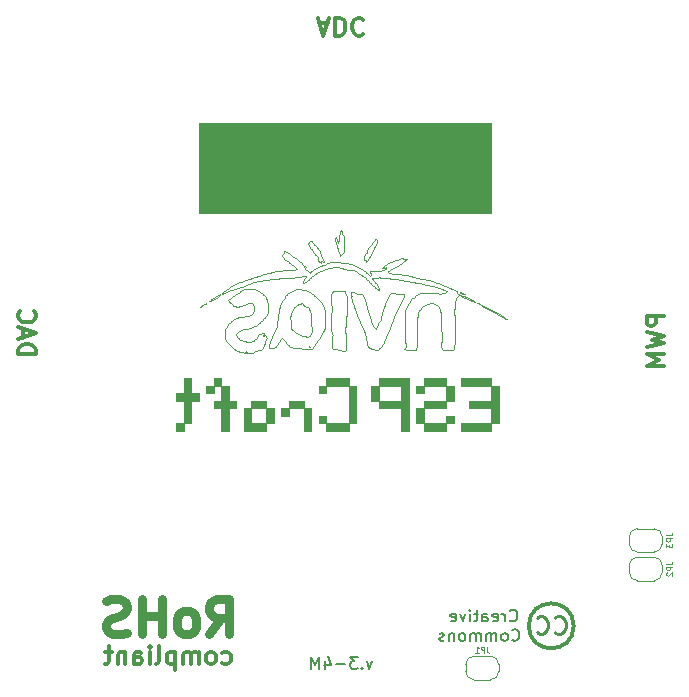
<source format=gbr>
G04 #@! TF.GenerationSoftware,KiCad,Pcbnew,(5.1.4)-1*
G04 #@! TF.CreationDate,2021-03-18T17:14:36+01:00*
G04 #@! TF.ProjectId,ESPCraft,45535043-7261-4667-942e-6b696361645f,rev?*
G04 #@! TF.SameCoordinates,Original*
G04 #@! TF.FileFunction,Legend,Bot*
G04 #@! TF.FilePolarity,Positive*
%FSLAX46Y46*%
G04 Gerber Fmt 4.6, Leading zero omitted, Abs format (unit mm)*
G04 Created by KiCad (PCBNEW (5.1.4)-1) date 2021-03-18 17:14:36*
%MOMM*%
%LPD*%
G04 APERTURE LIST*
%ADD10C,0.200000*%
%ADD11C,0.100000*%
%ADD12C,0.300000*%
%ADD13C,0.150000*%
%ADD14C,0.250000*%
%ADD15C,0.750000*%
%ADD16C,0.125000*%
%ADD17C,0.120000*%
G04 APERTURE END LIST*
D10*
X146129047Y-129960714D02*
X145890952Y-130627380D01*
X145652857Y-129960714D01*
X145271904Y-130532142D02*
X145224285Y-130579761D01*
X145271904Y-130627380D01*
X145319523Y-130579761D01*
X145271904Y-130532142D01*
X145271904Y-130627380D01*
X144890952Y-129627380D02*
X144271904Y-129627380D01*
X144605238Y-130008333D01*
X144462380Y-130008333D01*
X144367142Y-130055952D01*
X144319523Y-130103571D01*
X144271904Y-130198809D01*
X144271904Y-130436904D01*
X144319523Y-130532142D01*
X144367142Y-130579761D01*
X144462380Y-130627380D01*
X144748095Y-130627380D01*
X144843333Y-130579761D01*
X144890952Y-130532142D01*
X143843333Y-130246428D02*
X143081428Y-130246428D01*
X142176666Y-129960714D02*
X142176666Y-130627380D01*
X142414761Y-129579761D02*
X142652857Y-130294047D01*
X142033809Y-130294047D01*
X141652857Y-130627380D02*
X141652857Y-129627380D01*
X141319523Y-130341666D01*
X140986190Y-129627380D01*
X140986190Y-130627380D01*
D11*
G36*
X156210000Y-92075000D02*
G01*
X131445000Y-92075000D01*
X131445000Y-84455000D01*
X156210000Y-84455000D01*
X156210000Y-92075000D01*
G37*
X156210000Y-92075000D02*
X131445000Y-92075000D01*
X131445000Y-84455000D01*
X156210000Y-84455000D01*
X156210000Y-92075000D01*
D12*
X141652857Y-75950000D02*
X142367142Y-75950000D01*
X141510000Y-75521428D02*
X142010000Y-77021428D01*
X142510000Y-75521428D01*
X143010000Y-75521428D02*
X143010000Y-77021428D01*
X143367142Y-77021428D01*
X143581428Y-76950000D01*
X143724285Y-76807142D01*
X143795714Y-76664285D01*
X143867142Y-76378571D01*
X143867142Y-76164285D01*
X143795714Y-75878571D01*
X143724285Y-75735714D01*
X143581428Y-75592857D01*
X143367142Y-75521428D01*
X143010000Y-75521428D01*
X145367142Y-75664285D02*
X145295714Y-75592857D01*
X145081428Y-75521428D01*
X144938571Y-75521428D01*
X144724285Y-75592857D01*
X144581428Y-75735714D01*
X144510000Y-75878571D01*
X144438571Y-76164285D01*
X144438571Y-76378571D01*
X144510000Y-76664285D01*
X144581428Y-76807142D01*
X144724285Y-76950000D01*
X144938571Y-77021428D01*
X145081428Y-77021428D01*
X145295714Y-76950000D01*
X145367142Y-76878571D01*
X116161428Y-104020714D02*
X117661428Y-104020714D01*
X117661428Y-103663571D01*
X117590000Y-103449285D01*
X117447142Y-103306428D01*
X117304285Y-103235000D01*
X117018571Y-103163571D01*
X116804285Y-103163571D01*
X116518571Y-103235000D01*
X116375714Y-103306428D01*
X116232857Y-103449285D01*
X116161428Y-103663571D01*
X116161428Y-104020714D01*
X116590000Y-102592142D02*
X116590000Y-101877857D01*
X116161428Y-102735000D02*
X117661428Y-102235000D01*
X116161428Y-101735000D01*
X116304285Y-100377857D02*
X116232857Y-100449285D01*
X116161428Y-100663571D01*
X116161428Y-100806428D01*
X116232857Y-101020714D01*
X116375714Y-101163571D01*
X116518571Y-101235000D01*
X116804285Y-101306428D01*
X117018571Y-101306428D01*
X117304285Y-101235000D01*
X117447142Y-101163571D01*
X117590000Y-101020714D01*
X117661428Y-100806428D01*
X117661428Y-100663571D01*
X117590000Y-100449285D01*
X117518571Y-100377857D01*
X170858571Y-100762857D02*
X169358571Y-100762857D01*
X169358571Y-101334285D01*
X169430000Y-101477142D01*
X169501428Y-101548571D01*
X169644285Y-101620000D01*
X169858571Y-101620000D01*
X170001428Y-101548571D01*
X170072857Y-101477142D01*
X170144285Y-101334285D01*
X170144285Y-100762857D01*
X169358571Y-102120000D02*
X170858571Y-102477142D01*
X169787142Y-102762857D01*
X170858571Y-103048571D01*
X169358571Y-103405714D01*
X170858571Y-103977142D02*
X169358571Y-103977142D01*
X170430000Y-104477142D01*
X169358571Y-104977142D01*
X170858571Y-104977142D01*
D11*
G36*
X130175000Y-110490000D02*
G01*
X129540000Y-110490000D01*
X129540000Y-109855000D01*
X130175000Y-109855000D01*
X130175000Y-110490000D01*
G37*
X130175000Y-110490000D02*
X129540000Y-110490000D01*
X129540000Y-109855000D01*
X130175000Y-109855000D01*
X130175000Y-110490000D01*
G36*
X130810000Y-109855000D02*
G01*
X130175000Y-109855000D01*
X130175000Y-106045000D01*
X130810000Y-106045000D01*
X130810000Y-109855000D01*
G37*
X130810000Y-109855000D02*
X130175000Y-109855000D01*
X130175000Y-106045000D01*
X130810000Y-106045000D01*
X130810000Y-109855000D01*
G36*
X131445000Y-107950000D02*
G01*
X129540000Y-107950000D01*
X129540000Y-107315000D01*
X131445000Y-107315000D01*
X131445000Y-107950000D01*
G37*
X131445000Y-107950000D02*
X129540000Y-107950000D01*
X129540000Y-107315000D01*
X131445000Y-107315000D01*
X131445000Y-107950000D01*
G36*
X132715000Y-107315000D02*
G01*
X132080000Y-107315000D01*
X132080000Y-106680000D01*
X132715000Y-106680000D01*
X132715000Y-107315000D01*
G37*
X132715000Y-107315000D02*
X132080000Y-107315000D01*
X132080000Y-106680000D01*
X132715000Y-106680000D01*
X132715000Y-107315000D01*
G36*
X133350000Y-106680000D02*
G01*
X132715000Y-106680000D01*
X132715000Y-106045000D01*
X133350000Y-106045000D01*
X133350000Y-106680000D01*
G37*
X133350000Y-106680000D02*
X132715000Y-106680000D01*
X132715000Y-106045000D01*
X133350000Y-106045000D01*
X133350000Y-106680000D01*
G36*
X133985000Y-110490000D02*
G01*
X133350000Y-110490000D01*
X133350000Y-106680000D01*
X133985000Y-106680000D01*
X133985000Y-110490000D01*
G37*
X133985000Y-110490000D02*
X133350000Y-110490000D01*
X133350000Y-106680000D01*
X133985000Y-106680000D01*
X133985000Y-110490000D01*
G36*
X134620000Y-108585000D02*
G01*
X132715000Y-108585000D01*
X132715000Y-107950000D01*
X134620000Y-107950000D01*
X134620000Y-108585000D01*
G37*
X134620000Y-108585000D02*
X132715000Y-108585000D01*
X132715000Y-107950000D01*
X134620000Y-107950000D01*
X134620000Y-108585000D01*
G36*
X135890000Y-110490000D02*
G01*
X135255000Y-110490000D01*
X135255000Y-108585000D01*
X135890000Y-108585000D01*
X135890000Y-110490000D01*
G37*
X135890000Y-110490000D02*
X135255000Y-110490000D01*
X135255000Y-108585000D01*
X135890000Y-108585000D01*
X135890000Y-110490000D01*
G36*
X137160000Y-108585000D02*
G01*
X135890000Y-108585000D01*
X135890000Y-107950000D01*
X137160000Y-107950000D01*
X137160000Y-108585000D01*
G37*
X137160000Y-108585000D02*
X135890000Y-108585000D01*
X135890000Y-107950000D01*
X137160000Y-107950000D01*
X137160000Y-108585000D01*
G36*
X137160000Y-110490000D02*
G01*
X135890000Y-110490000D01*
X135890000Y-109855000D01*
X137160000Y-109855000D01*
X137160000Y-110490000D01*
G37*
X137160000Y-110490000D02*
X135890000Y-110490000D01*
X135890000Y-109855000D01*
X137160000Y-109855000D01*
X137160000Y-110490000D01*
G36*
X137795000Y-109855000D02*
G01*
X137160000Y-109855000D01*
X137160000Y-108585000D01*
X137795000Y-108585000D01*
X137795000Y-109855000D01*
G37*
X137795000Y-109855000D02*
X137160000Y-109855000D01*
X137160000Y-108585000D01*
X137795000Y-108585000D01*
X137795000Y-109855000D01*
G36*
X140335000Y-108585000D02*
G01*
X139065000Y-108585000D01*
X139065000Y-107950000D01*
X140335000Y-107950000D01*
X140335000Y-108585000D01*
G37*
X140335000Y-108585000D02*
X139065000Y-108585000D01*
X139065000Y-107950000D01*
X140335000Y-107950000D01*
X140335000Y-108585000D01*
G36*
X139065000Y-109220000D02*
G01*
X138430000Y-109220000D01*
X138430000Y-108585000D01*
X139065000Y-108585000D01*
X139065000Y-109220000D01*
G37*
X139065000Y-109220000D02*
X138430000Y-109220000D01*
X138430000Y-108585000D01*
X139065000Y-108585000D01*
X139065000Y-109220000D01*
G36*
X140970000Y-110490000D02*
G01*
X140335000Y-110490000D01*
X140335000Y-108585000D01*
X140970000Y-108585000D01*
X140970000Y-110490000D01*
G37*
X140970000Y-110490000D02*
X140335000Y-110490000D01*
X140335000Y-108585000D01*
X140970000Y-108585000D01*
X140970000Y-110490000D01*
G36*
X142240000Y-107315000D02*
G01*
X141605000Y-107315000D01*
X141605000Y-106680000D01*
X142240000Y-106680000D01*
X142240000Y-107315000D01*
G37*
X142240000Y-107315000D02*
X141605000Y-107315000D01*
X141605000Y-106680000D01*
X142240000Y-106680000D01*
X142240000Y-107315000D01*
G36*
X142240000Y-109855000D02*
G01*
X141605000Y-109855000D01*
X141605000Y-109220000D01*
X142240000Y-109220000D01*
X142240000Y-109855000D01*
G37*
X142240000Y-109855000D02*
X141605000Y-109855000D01*
X141605000Y-109220000D01*
X142240000Y-109220000D01*
X142240000Y-109855000D01*
G36*
X144145000Y-110490000D02*
G01*
X142240000Y-110490000D01*
X142240000Y-109855000D01*
X144145000Y-109855000D01*
X144145000Y-110490000D01*
G37*
X144145000Y-110490000D02*
X142240000Y-110490000D01*
X142240000Y-109855000D01*
X144145000Y-109855000D01*
X144145000Y-110490000D01*
G36*
X144145000Y-106680000D02*
G01*
X142240000Y-106680000D01*
X142240000Y-106045000D01*
X144145000Y-106045000D01*
X144145000Y-106680000D01*
G37*
X144145000Y-106680000D02*
X142240000Y-106680000D01*
X142240000Y-106045000D01*
X144145000Y-106045000D01*
X144145000Y-106680000D01*
G36*
X144780000Y-109855000D02*
G01*
X144145000Y-109855000D01*
X144145000Y-106680000D01*
X144780000Y-106680000D01*
X144780000Y-109855000D01*
G37*
X144780000Y-109855000D02*
X144145000Y-109855000D01*
X144145000Y-106680000D01*
X144780000Y-106680000D01*
X144780000Y-109855000D01*
G36*
X148590000Y-108585000D02*
G01*
X146685000Y-108585000D01*
X146685000Y-107950000D01*
X148590000Y-107950000D01*
X148590000Y-108585000D01*
G37*
X148590000Y-108585000D02*
X146685000Y-108585000D01*
X146685000Y-107950000D01*
X148590000Y-107950000D01*
X148590000Y-108585000D01*
G36*
X146685000Y-107950000D02*
G01*
X146050000Y-107950000D01*
X146050000Y-106680000D01*
X146685000Y-106680000D01*
X146685000Y-107950000D01*
G37*
X146685000Y-107950000D02*
X146050000Y-107950000D01*
X146050000Y-106680000D01*
X146685000Y-106680000D01*
X146685000Y-107950000D01*
G36*
X148590000Y-106680000D02*
G01*
X146685000Y-106680000D01*
X146685000Y-106045000D01*
X148590000Y-106045000D01*
X148590000Y-106680000D01*
G37*
X148590000Y-106680000D02*
X146685000Y-106680000D01*
X146685000Y-106045000D01*
X148590000Y-106045000D01*
X148590000Y-106680000D01*
G36*
X149225000Y-110490000D02*
G01*
X148590000Y-110490000D01*
X148590000Y-106045000D01*
X149225000Y-106045000D01*
X149225000Y-110490000D01*
G37*
X149225000Y-110490000D02*
X148590000Y-110490000D01*
X148590000Y-106045000D01*
X149225000Y-106045000D01*
X149225000Y-110490000D01*
G36*
X152400000Y-108585000D02*
G01*
X150495000Y-108585000D01*
X150495000Y-107950000D01*
X152400000Y-107950000D01*
X152400000Y-108585000D01*
G37*
X152400000Y-108585000D02*
X150495000Y-108585000D01*
X150495000Y-107950000D01*
X152400000Y-107950000D01*
X152400000Y-108585000D01*
G36*
X153035000Y-107950000D02*
G01*
X152400000Y-107950000D01*
X152400000Y-106680000D01*
X153035000Y-106680000D01*
X153035000Y-107950000D01*
G37*
X153035000Y-107950000D02*
X152400000Y-107950000D01*
X152400000Y-106680000D01*
X153035000Y-106680000D01*
X153035000Y-107950000D01*
G36*
X152400000Y-106680000D02*
G01*
X150495000Y-106680000D01*
X150495000Y-106045000D01*
X152400000Y-106045000D01*
X152400000Y-106680000D01*
G37*
X152400000Y-106680000D02*
X150495000Y-106680000D01*
X150495000Y-106045000D01*
X152400000Y-106045000D01*
X152400000Y-106680000D01*
G36*
X150495000Y-107315000D02*
G01*
X149860000Y-107315000D01*
X149860000Y-106680000D01*
X150495000Y-106680000D01*
X150495000Y-107315000D01*
G37*
X150495000Y-107315000D02*
X149860000Y-107315000D01*
X149860000Y-106680000D01*
X150495000Y-106680000D01*
X150495000Y-107315000D01*
G36*
X150495000Y-109855000D02*
G01*
X149860000Y-109855000D01*
X149860000Y-108585000D01*
X150495000Y-108585000D01*
X150495000Y-109855000D01*
G37*
X150495000Y-109855000D02*
X149860000Y-109855000D01*
X149860000Y-108585000D01*
X150495000Y-108585000D01*
X150495000Y-109855000D01*
G36*
X152400000Y-110490000D02*
G01*
X150495000Y-110490000D01*
X150495000Y-109855000D01*
X152400000Y-109855000D01*
X152400000Y-110490000D01*
G37*
X152400000Y-110490000D02*
X150495000Y-110490000D01*
X150495000Y-109855000D01*
X152400000Y-109855000D01*
X152400000Y-110490000D01*
G36*
X153035000Y-109855000D02*
G01*
X152400000Y-109855000D01*
X152400000Y-109220000D01*
X153035000Y-109220000D01*
X153035000Y-109855000D01*
G37*
X153035000Y-109855000D02*
X152400000Y-109855000D01*
X152400000Y-109220000D01*
X153035000Y-109220000D01*
X153035000Y-109855000D01*
G36*
X156210000Y-108585000D02*
G01*
X154305000Y-108585000D01*
X154305000Y-107950000D01*
X156210000Y-107950000D01*
X156210000Y-108585000D01*
G37*
X156210000Y-108585000D02*
X154305000Y-108585000D01*
X154305000Y-107950000D01*
X156210000Y-107950000D01*
X156210000Y-108585000D01*
G36*
X156210000Y-110490000D02*
G01*
X153670000Y-110490000D01*
X153670000Y-109855000D01*
X156210000Y-109855000D01*
X156210000Y-110490000D01*
G37*
X156210000Y-110490000D02*
X153670000Y-110490000D01*
X153670000Y-109855000D01*
X156210000Y-109855000D01*
X156210000Y-110490000D01*
G36*
X156210000Y-106680000D02*
G01*
X153670000Y-106680000D01*
X153670000Y-106045000D01*
X156210000Y-106045000D01*
X156210000Y-106680000D01*
G37*
X156210000Y-106680000D02*
X153670000Y-106680000D01*
X153670000Y-106045000D01*
X156210000Y-106045000D01*
X156210000Y-106680000D01*
G36*
X156845000Y-109855000D02*
G01*
X156210000Y-109855000D01*
X156210000Y-106680000D01*
X156845000Y-106680000D01*
X156845000Y-109855000D01*
G37*
X156845000Y-109855000D02*
X156210000Y-109855000D01*
X156210000Y-106680000D01*
X156845000Y-106680000D01*
X156845000Y-109855000D01*
D13*
X157789285Y-126532142D02*
X157836904Y-126579761D01*
X157979761Y-126627380D01*
X158075000Y-126627380D01*
X158217857Y-126579761D01*
X158313095Y-126484523D01*
X158360714Y-126389285D01*
X158408333Y-126198809D01*
X158408333Y-126055952D01*
X158360714Y-125865476D01*
X158313095Y-125770238D01*
X158217857Y-125675000D01*
X158075000Y-125627380D01*
X157979761Y-125627380D01*
X157836904Y-125675000D01*
X157789285Y-125722619D01*
X157360714Y-126627380D02*
X157360714Y-125960714D01*
X157360714Y-126151190D02*
X157313095Y-126055952D01*
X157265476Y-126008333D01*
X157170238Y-125960714D01*
X157075000Y-125960714D01*
X156360714Y-126579761D02*
X156455952Y-126627380D01*
X156646428Y-126627380D01*
X156741666Y-126579761D01*
X156789285Y-126484523D01*
X156789285Y-126103571D01*
X156741666Y-126008333D01*
X156646428Y-125960714D01*
X156455952Y-125960714D01*
X156360714Y-126008333D01*
X156313095Y-126103571D01*
X156313095Y-126198809D01*
X156789285Y-126294047D01*
X155455952Y-126627380D02*
X155455952Y-126103571D01*
X155503571Y-126008333D01*
X155598809Y-125960714D01*
X155789285Y-125960714D01*
X155884523Y-126008333D01*
X155455952Y-126579761D02*
X155551190Y-126627380D01*
X155789285Y-126627380D01*
X155884523Y-126579761D01*
X155932142Y-126484523D01*
X155932142Y-126389285D01*
X155884523Y-126294047D01*
X155789285Y-126246428D01*
X155551190Y-126246428D01*
X155455952Y-126198809D01*
X155122619Y-125960714D02*
X154741666Y-125960714D01*
X154979761Y-125627380D02*
X154979761Y-126484523D01*
X154932142Y-126579761D01*
X154836904Y-126627380D01*
X154741666Y-126627380D01*
X154408333Y-126627380D02*
X154408333Y-125960714D01*
X154408333Y-125627380D02*
X154455952Y-125675000D01*
X154408333Y-125722619D01*
X154360714Y-125675000D01*
X154408333Y-125627380D01*
X154408333Y-125722619D01*
X154027380Y-125960714D02*
X153789285Y-126627380D01*
X153551190Y-125960714D01*
X152789285Y-126579761D02*
X152884523Y-126627380D01*
X153075000Y-126627380D01*
X153170238Y-126579761D01*
X153217857Y-126484523D01*
X153217857Y-126103571D01*
X153170238Y-126008333D01*
X153075000Y-125960714D01*
X152884523Y-125960714D01*
X152789285Y-126008333D01*
X152741666Y-126103571D01*
X152741666Y-126198809D01*
X153217857Y-126294047D01*
X157979761Y-128182142D02*
X158027380Y-128229761D01*
X158170238Y-128277380D01*
X158265476Y-128277380D01*
X158408333Y-128229761D01*
X158503571Y-128134523D01*
X158551190Y-128039285D01*
X158598809Y-127848809D01*
X158598809Y-127705952D01*
X158551190Y-127515476D01*
X158503571Y-127420238D01*
X158408333Y-127325000D01*
X158265476Y-127277380D01*
X158170238Y-127277380D01*
X158027380Y-127325000D01*
X157979761Y-127372619D01*
X157408333Y-128277380D02*
X157503571Y-128229761D01*
X157551190Y-128182142D01*
X157598809Y-128086904D01*
X157598809Y-127801190D01*
X157551190Y-127705952D01*
X157503571Y-127658333D01*
X157408333Y-127610714D01*
X157265476Y-127610714D01*
X157170238Y-127658333D01*
X157122619Y-127705952D01*
X157075000Y-127801190D01*
X157075000Y-128086904D01*
X157122619Y-128182142D01*
X157170238Y-128229761D01*
X157265476Y-128277380D01*
X157408333Y-128277380D01*
X156646428Y-128277380D02*
X156646428Y-127610714D01*
X156646428Y-127705952D02*
X156598809Y-127658333D01*
X156503571Y-127610714D01*
X156360714Y-127610714D01*
X156265476Y-127658333D01*
X156217857Y-127753571D01*
X156217857Y-128277380D01*
X156217857Y-127753571D02*
X156170238Y-127658333D01*
X156075000Y-127610714D01*
X155932142Y-127610714D01*
X155836904Y-127658333D01*
X155789285Y-127753571D01*
X155789285Y-128277380D01*
X155313095Y-128277380D02*
X155313095Y-127610714D01*
X155313095Y-127705952D02*
X155265476Y-127658333D01*
X155170238Y-127610714D01*
X155027380Y-127610714D01*
X154932142Y-127658333D01*
X154884523Y-127753571D01*
X154884523Y-128277380D01*
X154884523Y-127753571D02*
X154836904Y-127658333D01*
X154741666Y-127610714D01*
X154598809Y-127610714D01*
X154503571Y-127658333D01*
X154455952Y-127753571D01*
X154455952Y-128277380D01*
X153836904Y-128277380D02*
X153932142Y-128229761D01*
X153979761Y-128182142D01*
X154027380Y-128086904D01*
X154027380Y-127801190D01*
X153979761Y-127705952D01*
X153932142Y-127658333D01*
X153836904Y-127610714D01*
X153694047Y-127610714D01*
X153598809Y-127658333D01*
X153551190Y-127705952D01*
X153503571Y-127801190D01*
X153503571Y-128086904D01*
X153551190Y-128182142D01*
X153598809Y-128229761D01*
X153694047Y-128277380D01*
X153836904Y-128277380D01*
X153075000Y-127610714D02*
X153075000Y-128277380D01*
X153075000Y-127705952D02*
X153027380Y-127658333D01*
X152932142Y-127610714D01*
X152789285Y-127610714D01*
X152694047Y-127658333D01*
X152646428Y-127753571D01*
X152646428Y-128277380D01*
X152217857Y-128229761D02*
X152122619Y-128277380D01*
X151932142Y-128277380D01*
X151836904Y-128229761D01*
X151789285Y-128134523D01*
X151789285Y-128086904D01*
X151836904Y-127991666D01*
X151932142Y-127944047D01*
X152075000Y-127944047D01*
X152170238Y-127896428D01*
X152217857Y-127801190D01*
X152217857Y-127753571D01*
X152170238Y-127658333D01*
X152075000Y-127610714D01*
X151932142Y-127610714D01*
X151836904Y-127658333D01*
D14*
X161575714Y-127535714D02*
X161647142Y-127607142D01*
X161861428Y-127678571D01*
X162004285Y-127678571D01*
X162218571Y-127607142D01*
X162361428Y-127464285D01*
X162432857Y-127321428D01*
X162504285Y-127035714D01*
X162504285Y-126821428D01*
X162432857Y-126535714D01*
X162361428Y-126392857D01*
X162218571Y-126250000D01*
X162004285Y-126178571D01*
X161861428Y-126178571D01*
X161647142Y-126250000D01*
X161575714Y-126321428D01*
X160075714Y-127535714D02*
X160147142Y-127607142D01*
X160361428Y-127678571D01*
X160504285Y-127678571D01*
X160718571Y-127607142D01*
X160861428Y-127464285D01*
X160932857Y-127321428D01*
X161004285Y-127035714D01*
X161004285Y-126821428D01*
X160932857Y-126535714D01*
X160861428Y-126392857D01*
X160718571Y-126250000D01*
X160504285Y-126178571D01*
X160361428Y-126178571D01*
X160147142Y-126250000D01*
X160075714Y-126321428D01*
D12*
X163195000Y-127000000D02*
G75*
G03X163195000Y-127000000I-1905000J0D01*
G01*
X133440714Y-130147142D02*
X133583571Y-130218571D01*
X133869285Y-130218571D01*
X134012142Y-130147142D01*
X134083571Y-130075714D01*
X134155000Y-129932857D01*
X134155000Y-129504285D01*
X134083571Y-129361428D01*
X134012142Y-129290000D01*
X133869285Y-129218571D01*
X133583571Y-129218571D01*
X133440714Y-129290000D01*
X132583571Y-130218571D02*
X132726428Y-130147142D01*
X132797857Y-130075714D01*
X132869285Y-129932857D01*
X132869285Y-129504285D01*
X132797857Y-129361428D01*
X132726428Y-129290000D01*
X132583571Y-129218571D01*
X132369285Y-129218571D01*
X132226428Y-129290000D01*
X132155000Y-129361428D01*
X132083571Y-129504285D01*
X132083571Y-129932857D01*
X132155000Y-130075714D01*
X132226428Y-130147142D01*
X132369285Y-130218571D01*
X132583571Y-130218571D01*
X131440714Y-130218571D02*
X131440714Y-129218571D01*
X131440714Y-129361428D02*
X131369285Y-129290000D01*
X131226428Y-129218571D01*
X131012142Y-129218571D01*
X130869285Y-129290000D01*
X130797857Y-129432857D01*
X130797857Y-130218571D01*
X130797857Y-129432857D02*
X130726428Y-129290000D01*
X130583571Y-129218571D01*
X130369285Y-129218571D01*
X130226428Y-129290000D01*
X130155000Y-129432857D01*
X130155000Y-130218571D01*
X129440714Y-129218571D02*
X129440714Y-130718571D01*
X129440714Y-129290000D02*
X129297857Y-129218571D01*
X129012142Y-129218571D01*
X128869285Y-129290000D01*
X128797857Y-129361428D01*
X128726428Y-129504285D01*
X128726428Y-129932857D01*
X128797857Y-130075714D01*
X128869285Y-130147142D01*
X129012142Y-130218571D01*
X129297857Y-130218571D01*
X129440714Y-130147142D01*
X127869285Y-130218571D02*
X128012142Y-130147142D01*
X128083571Y-130004285D01*
X128083571Y-128718571D01*
X127297857Y-130218571D02*
X127297857Y-129218571D01*
X127297857Y-128718571D02*
X127369285Y-128790000D01*
X127297857Y-128861428D01*
X127226428Y-128790000D01*
X127297857Y-128718571D01*
X127297857Y-128861428D01*
X125940714Y-130218571D02*
X125940714Y-129432857D01*
X126012142Y-129290000D01*
X126155000Y-129218571D01*
X126440714Y-129218571D01*
X126583571Y-129290000D01*
X125940714Y-130147142D02*
X126083571Y-130218571D01*
X126440714Y-130218571D01*
X126583571Y-130147142D01*
X126655000Y-130004285D01*
X126655000Y-129861428D01*
X126583571Y-129718571D01*
X126440714Y-129647142D01*
X126083571Y-129647142D01*
X125940714Y-129575714D01*
X125226428Y-129218571D02*
X125226428Y-130218571D01*
X125226428Y-129361428D02*
X125155000Y-129290000D01*
X125012142Y-129218571D01*
X124797857Y-129218571D01*
X124655000Y-129290000D01*
X124583571Y-129432857D01*
X124583571Y-130218571D01*
X124083571Y-129218571D02*
X123512142Y-129218571D01*
X123869285Y-128718571D02*
X123869285Y-130004285D01*
X123797857Y-130147142D01*
X123655000Y-130218571D01*
X123512142Y-130218571D01*
D15*
X132333571Y-127722142D02*
X133333571Y-126293571D01*
X134047857Y-127722142D02*
X134047857Y-124722142D01*
X132905000Y-124722142D01*
X132619285Y-124865000D01*
X132476428Y-125007857D01*
X132333571Y-125293571D01*
X132333571Y-125722142D01*
X132476428Y-126007857D01*
X132619285Y-126150714D01*
X132905000Y-126293571D01*
X134047857Y-126293571D01*
X130619285Y-127722142D02*
X130905000Y-127579285D01*
X131047857Y-127436428D01*
X131190714Y-127150714D01*
X131190714Y-126293571D01*
X131047857Y-126007857D01*
X130905000Y-125865000D01*
X130619285Y-125722142D01*
X130190714Y-125722142D01*
X129905000Y-125865000D01*
X129762142Y-126007857D01*
X129619285Y-126293571D01*
X129619285Y-127150714D01*
X129762142Y-127436428D01*
X129905000Y-127579285D01*
X130190714Y-127722142D01*
X130619285Y-127722142D01*
X128333571Y-127722142D02*
X128333571Y-124722142D01*
X128333571Y-126150714D02*
X126619285Y-126150714D01*
X126619285Y-127722142D02*
X126619285Y-124722142D01*
X125333571Y-127579285D02*
X124905000Y-127722142D01*
X124190714Y-127722142D01*
X123905000Y-127579285D01*
X123762142Y-127436428D01*
X123619285Y-127150714D01*
X123619285Y-126865000D01*
X123762142Y-126579285D01*
X123905000Y-126436428D01*
X124190714Y-126293571D01*
X124762142Y-126150714D01*
X125047857Y-126007857D01*
X125190714Y-125865000D01*
X125333571Y-125579285D01*
X125333571Y-125293571D01*
X125190714Y-125007857D01*
X125047857Y-124865000D01*
X124762142Y-124722142D01*
X124047857Y-124722142D01*
X123619285Y-124865000D01*
D16*
X151616062Y-98840980D02*
X151506311Y-98824231D01*
X151506311Y-98824231D02*
X151393031Y-98812486D01*
X151393031Y-98812486D02*
X151272135Y-98806381D01*
X151272135Y-98806381D02*
X151147579Y-98804822D01*
X151147579Y-98804822D02*
X151020725Y-98805945D01*
X151020725Y-98805945D02*
X150893411Y-98808498D01*
X150893411Y-98808498D02*
X150792219Y-98811080D01*
X152353730Y-98773235D02*
X152263043Y-98808360D01*
X152263043Y-98808360D02*
X152166435Y-98836977D01*
X152166435Y-98836977D02*
X152059758Y-98857579D01*
X152059758Y-98857579D02*
X151944324Y-98867438D01*
X151944324Y-98867438D02*
X151820537Y-98865526D01*
X151820537Y-98865526D02*
X151704951Y-98854361D01*
X151704951Y-98854361D02*
X151616062Y-98840980D01*
X150792219Y-98811080D02*
X150668512Y-98814621D01*
X150668512Y-98814621D02*
X150546392Y-98818857D01*
X150546392Y-98818857D02*
X150425934Y-98824587D01*
X150425934Y-98824587D02*
X150308549Y-98833176D01*
X150308549Y-98833176D02*
X150196736Y-98846922D01*
X150196736Y-98846922D02*
X150093473Y-98869379D01*
X150093473Y-98869379D02*
X150002280Y-98904406D01*
X150002280Y-98904406D02*
X149924935Y-98952765D01*
X149924935Y-98952765D02*
X149858389Y-99011238D01*
X149858389Y-99011238D02*
X149796940Y-99076719D01*
X149796940Y-99076719D02*
X149738201Y-99145086D01*
X149738201Y-99145086D02*
X149731484Y-99153085D01*
X152439618Y-98683035D02*
X152389075Y-98757733D01*
X152389075Y-98757733D02*
X152353730Y-98773235D01*
X149731484Y-99153085D02*
X149665011Y-99212396D01*
X149665011Y-99212396D02*
X149597021Y-99233285D01*
X133374490Y-98876325D02*
X133476665Y-98860575D01*
X138981230Y-96149590D02*
X139055704Y-96202079D01*
X139055704Y-96202079D02*
X139128859Y-96255992D01*
X139128859Y-96255992D02*
X139200852Y-96310358D01*
X139200852Y-96310358D02*
X139273743Y-96366359D01*
X139273743Y-96366359D02*
X139344184Y-96421236D01*
X139344184Y-96421236D02*
X139414486Y-96476694D01*
X139414486Y-96476694D02*
X139486930Y-96534572D01*
X139486930Y-96534572D02*
X139559038Y-96593014D01*
X139559038Y-96593014D02*
X139628397Y-96650259D01*
X139628397Y-96650259D02*
X139696815Y-96708342D01*
X139696815Y-96708342D02*
X139762166Y-96768362D01*
X139762166Y-96768362D02*
X139773070Y-96782910D01*
X141787972Y-96534990D02*
X141691261Y-96566160D01*
X141691261Y-96566160D02*
X141597614Y-96600091D01*
X141597614Y-96600091D02*
X141507769Y-96636599D01*
X141507769Y-96636599D02*
X141421383Y-96675917D01*
X141421383Y-96675917D02*
X141337300Y-96718837D01*
X141337300Y-96718837D02*
X141257765Y-96764461D01*
X141257765Y-96764461D02*
X141181316Y-96813888D01*
X141181316Y-96813888D02*
X141107754Y-96867865D01*
X141107754Y-96867865D02*
X141039204Y-96925395D01*
X141039204Y-96925395D02*
X140974534Y-96988145D01*
X140974534Y-96988145D02*
X140916039Y-97054704D01*
X140916039Y-97054704D02*
X140901451Y-97073230D01*
X144630144Y-96889810D02*
X144849758Y-97062765D01*
X138531825Y-95714000D02*
X138581836Y-95789150D01*
X138581836Y-95789150D02*
X138639911Y-95859305D01*
X138639911Y-95859305D02*
X138703486Y-95925420D01*
X138703486Y-95925420D02*
X138773180Y-95989764D01*
X138773180Y-95989764D02*
X138842426Y-96047579D01*
X138842426Y-96047579D02*
X138914253Y-96102433D01*
X138914253Y-96102433D02*
X138981230Y-96149590D01*
X144340851Y-96877610D02*
X144630144Y-96889810D01*
X138183005Y-97590765D02*
X138305334Y-97587941D01*
X138305334Y-97587941D02*
X138427724Y-97584483D01*
X138427724Y-97584483D02*
X138550103Y-97580301D01*
X138550103Y-97580301D02*
X138670270Y-97575391D01*
X138670270Y-97575391D02*
X138790160Y-97569602D01*
X138790160Y-97569602D02*
X138910175Y-97562812D01*
X138910175Y-97562812D02*
X139029869Y-97554952D01*
X139029869Y-97554952D02*
X139152254Y-97545697D01*
X139152254Y-97545697D02*
X139268930Y-97535649D01*
X139268930Y-97535649D02*
X139383660Y-97524542D01*
X139383660Y-97524542D02*
X139496604Y-97512400D01*
X139496604Y-97512400D02*
X139608767Y-97499141D01*
X139608767Y-97499141D02*
X139721998Y-97484561D01*
X139721998Y-97484561D02*
X139832538Y-97469209D01*
X139832538Y-97469209D02*
X139942571Y-97452885D01*
X139942571Y-97452885D02*
X140050734Y-97435898D01*
X140050734Y-97435898D02*
X140074038Y-97432125D01*
X140901451Y-97073230D02*
X140843736Y-97148285D01*
X133489435Y-98773570D02*
X133374490Y-98876325D01*
X144294221Y-96349941D02*
X144189896Y-96325511D01*
X144189896Y-96325511D02*
X144085685Y-96304680D01*
X144085685Y-96304680D02*
X143977798Y-96286947D01*
X143977798Y-96286947D02*
X143866935Y-96272238D01*
X143866935Y-96272238D02*
X143753826Y-96260054D01*
X143753826Y-96260054D02*
X143636187Y-96249561D01*
X143636187Y-96249561D02*
X143517792Y-96240558D01*
X143517792Y-96240558D02*
X143397172Y-96232489D01*
X143397172Y-96232489D02*
X143272831Y-96224970D01*
X143272831Y-96224970D02*
X143195862Y-96220610D01*
X138679280Y-95331480D02*
X138677305Y-95454759D01*
X138677305Y-95454759D02*
X138614019Y-95517849D01*
X138614019Y-95517849D02*
X138594060Y-95535195D01*
X138594060Y-95535195D02*
X138484175Y-95630355D01*
X140074038Y-97432125D02*
X140189669Y-97413386D01*
X140189669Y-97413386D02*
X140299479Y-97395998D01*
X140299479Y-97395998D02*
X140410271Y-97379786D01*
X140410271Y-97379786D02*
X140530533Y-97374967D01*
X140530533Y-97374967D02*
X140539366Y-97390725D01*
X137405065Y-97693625D02*
X137471365Y-97634756D01*
X137471365Y-97634756D02*
X137474180Y-97626865D01*
X146950716Y-97518080D02*
X147061500Y-97534743D01*
X147061500Y-97534743D02*
X147175051Y-97546721D01*
X147175051Y-97546721D02*
X147293407Y-97556472D01*
X147293407Y-97556472D02*
X147346636Y-97559980D01*
X140539366Y-97390725D02*
X140495640Y-97472588D01*
X140495640Y-97472588D02*
X140446495Y-97551223D01*
X140446495Y-97551223D02*
X140401653Y-97619825D01*
X146147241Y-97566380D02*
X146241499Y-97535338D01*
X146241499Y-97535338D02*
X146352091Y-97520916D01*
X146352091Y-97520916D02*
X146468292Y-97511268D01*
X146468292Y-97511268D02*
X146590140Y-97505082D01*
X146590140Y-97505082D02*
X146714064Y-97502688D01*
X146714064Y-97502688D02*
X146837556Y-97505476D01*
X146837556Y-97505476D02*
X146950716Y-97518080D01*
X146684185Y-98426735D02*
X146658984Y-98324778D01*
X146658984Y-98324778D02*
X146623203Y-98233910D01*
X146623203Y-98233910D02*
X146578363Y-98153195D01*
X146578363Y-98153195D02*
X146526243Y-98080202D01*
X146526243Y-98080202D02*
X146467571Y-98011753D01*
X146467571Y-98011753D02*
X146406415Y-97949130D01*
X146702665Y-98527045D02*
X146684185Y-98426735D01*
X146552100Y-98442250D02*
X146702665Y-98527045D01*
X141926982Y-96898425D02*
X142016483Y-96862351D01*
X142016483Y-96862351D02*
X142110954Y-96826404D01*
X142110954Y-96826404D02*
X142207054Y-96792313D01*
X142207054Y-96792313D02*
X142302758Y-96761094D01*
X142302758Y-96761094D02*
X142401912Y-96731910D01*
X142401912Y-96731910D02*
X142504378Y-96705444D01*
X142504378Y-96705444D02*
X142607374Y-96682946D01*
X142607374Y-96682946D02*
X142715498Y-96664096D01*
X142715498Y-96664096D02*
X142827885Y-96650033D01*
X142827885Y-96650033D02*
X142944736Y-96641709D01*
X142944736Y-96641709D02*
X143068953Y-96640162D01*
X143068953Y-96640162D02*
X143188276Y-96645897D01*
X143188276Y-96645897D02*
X143303373Y-96658112D01*
X143303373Y-96658112D02*
X143412195Y-96675554D01*
X143412195Y-96675554D02*
X143515950Y-96697310D01*
X143515950Y-96697310D02*
X143617490Y-96723190D01*
X143617490Y-96723190D02*
X143715242Y-96752108D01*
X143715242Y-96752108D02*
X143781056Y-96773645D01*
X140277945Y-97969995D02*
X140372513Y-97939318D01*
X140372513Y-97939318D02*
X140456566Y-97898312D01*
X140456566Y-97898312D02*
X140533955Y-97849682D01*
X140533955Y-97849682D02*
X140607217Y-97795556D01*
X140607217Y-97795556D02*
X140677611Y-97737720D01*
X140677611Y-97737720D02*
X140744162Y-97679018D01*
X140744162Y-97679018D02*
X140809733Y-97618287D01*
X140809733Y-97618287D02*
X140844047Y-97585610D01*
X140843736Y-97148285D02*
X140606763Y-96912295D01*
X135512020Y-98132345D02*
X135605364Y-98095106D01*
X135605364Y-98095106D02*
X135698775Y-98057999D01*
X135698775Y-98057999D02*
X135791231Y-98021535D01*
X135791231Y-98021535D02*
X135883628Y-97985515D01*
X135883628Y-97985515D02*
X135976395Y-97950026D01*
X135976395Y-97950026D02*
X136069586Y-97915428D01*
X136069586Y-97915428D02*
X136164407Y-97881895D01*
X136164407Y-97881895D02*
X136259331Y-97850889D01*
X136259331Y-97850889D02*
X136358448Y-97822512D01*
X136358448Y-97822512D02*
X136460569Y-97798978D01*
X136460569Y-97798978D02*
X136568358Y-97781206D01*
X136568358Y-97781206D02*
X136682480Y-97769222D01*
X136682480Y-97769222D02*
X136801189Y-97761493D01*
X136801189Y-97761493D02*
X136923201Y-97755910D01*
X136923201Y-97755910D02*
X136926130Y-97755790D01*
X140236020Y-97906850D02*
X140277945Y-97969995D01*
X138667930Y-95222920D02*
X138679280Y-95331480D01*
X143195862Y-96220610D02*
X143075842Y-96214540D01*
X143075842Y-96214540D02*
X142953627Y-96210132D01*
X142953627Y-96210132D02*
X142829953Y-96208762D01*
X142829953Y-96208762D02*
X142706544Y-96212681D01*
X142706544Y-96212681D02*
X142592268Y-96224119D01*
X142592268Y-96224119D02*
X142487420Y-96244652D01*
X142487420Y-96244652D02*
X142389067Y-96275179D01*
X142389067Y-96275179D02*
X142300608Y-96312235D01*
X142300608Y-96312235D02*
X142215905Y-96354678D01*
X142215905Y-96354678D02*
X142190420Y-96368436D01*
X135839415Y-97589760D02*
X135744144Y-97621457D01*
X135744144Y-97621457D02*
X135647917Y-97653708D01*
X135647917Y-97653708D02*
X135547648Y-97687588D01*
X135547648Y-97687588D02*
X135450969Y-97720541D01*
X135450969Y-97720541D02*
X135351499Y-97754778D01*
X135351499Y-97754778D02*
X135256422Y-97787851D01*
X135256422Y-97787851D02*
X135161473Y-97821274D01*
X135161473Y-97821274D02*
X135068918Y-97854299D01*
X135068918Y-97854299D02*
X134973019Y-97889067D01*
X134973019Y-97889067D02*
X134879606Y-97923610D01*
X134879606Y-97923610D02*
X134787083Y-97958682D01*
X134787083Y-97958682D02*
X134695635Y-97994532D01*
X134695635Y-97994532D02*
X134607049Y-98031026D01*
X134607049Y-98031026D02*
X134523935Y-98068390D01*
X139626195Y-96847140D02*
X139526381Y-96872897D01*
X139526381Y-96872897D02*
X139413360Y-96885715D01*
X139413360Y-96885715D02*
X139291333Y-96889065D01*
X139291333Y-96889065D02*
X139163421Y-96888227D01*
X139163421Y-96888227D02*
X139096175Y-96887040D01*
X138048460Y-96985395D02*
X137932407Y-96995951D01*
X137932407Y-96995951D02*
X137824392Y-97014611D01*
X137824392Y-97014611D02*
X137718233Y-97036725D01*
X137718233Y-97036725D02*
X137616249Y-97060183D01*
X137616249Y-97060183D02*
X137515678Y-97084845D01*
X137515678Y-97084845D02*
X137415410Y-97110603D01*
X137415410Y-97110603D02*
X137314010Y-97137616D01*
X137314010Y-97137616D02*
X137214922Y-97164798D01*
X137214922Y-97164798D02*
X137114659Y-97192984D01*
X137114659Y-97192984D02*
X137015085Y-97221569D01*
X137015085Y-97221569D02*
X136914308Y-97251040D01*
X136914308Y-97251040D02*
X136814055Y-97280844D01*
X136814055Y-97280844D02*
X136716185Y-97310366D01*
X136716185Y-97310366D02*
X136619837Y-97339811D01*
X136619837Y-97339811D02*
X136523963Y-97369457D01*
X136523963Y-97369457D02*
X136424397Y-97400595D01*
X136424397Y-97400595D02*
X136328673Y-97430843D01*
X136328673Y-97430843D02*
X136231061Y-97461991D01*
X136231061Y-97461991D02*
X136131621Y-97494017D01*
X136131621Y-97494017D02*
X136036794Y-97524828D01*
X136036794Y-97524828D02*
X135940469Y-97556382D01*
X135940469Y-97556382D02*
X135844338Y-97588125D01*
X135844338Y-97588125D02*
X135839415Y-97589760D01*
X140844047Y-97585610D02*
X140910105Y-97522845D01*
X140910105Y-97522845D02*
X140975319Y-97462556D01*
X140975319Y-97462556D02*
X141042872Y-97402484D01*
X141042872Y-97402484D02*
X141111401Y-97344714D01*
X141111401Y-97344714D02*
X141183731Y-97287862D01*
X141183731Y-97287862D02*
X141256560Y-97235299D01*
X141256560Y-97235299D02*
X141334019Y-97184515D01*
X141334019Y-97184515D02*
X141413255Y-97137477D01*
X141413255Y-97137477D02*
X141495484Y-97093008D01*
X141495484Y-97093008D02*
X141579231Y-97051226D01*
X141579231Y-97051226D02*
X141665552Y-97010873D01*
X141665552Y-97010873D02*
X141753054Y-96971980D01*
X141753054Y-96971980D02*
X141842527Y-96933663D01*
X141842527Y-96933663D02*
X141926982Y-96898425D01*
X145914387Y-97367965D02*
X145698184Y-97156085D01*
X137474180Y-97626865D02*
X137587405Y-97612924D01*
X137587405Y-97612924D02*
X137708623Y-97606109D01*
X137708623Y-97606109D02*
X137829043Y-97600957D01*
X137829043Y-97600957D02*
X137952179Y-97596703D01*
X137952179Y-97596703D02*
X138079819Y-97593122D01*
X138079819Y-97593122D02*
X138183005Y-97590765D01*
X136926130Y-97755790D02*
X137046147Y-97750359D01*
X137046147Y-97750359D02*
X137165546Y-97743174D01*
X137165546Y-97743174D02*
X137280510Y-97731615D01*
X137280510Y-97731615D02*
X137380838Y-97706730D01*
X137380838Y-97706730D02*
X137405065Y-97693625D01*
X140380604Y-96602625D02*
X140358365Y-96499730D01*
X140358365Y-96499730D02*
X140306207Y-96426160D01*
X140306207Y-96426160D02*
X140292976Y-96409945D01*
X134677195Y-98427595D02*
X134777034Y-98400032D01*
X134777034Y-98400032D02*
X134872284Y-98369277D01*
X134872284Y-98369277D02*
X134966665Y-98337007D01*
X134966665Y-98337007D02*
X135059211Y-98304221D01*
X135059211Y-98304221D02*
X135154091Y-98269684D01*
X135154091Y-98269684D02*
X135249081Y-98234299D01*
X135249081Y-98234299D02*
X135342341Y-98198810D01*
X135342341Y-98198810D02*
X135432401Y-98163846D01*
X135432401Y-98163846D02*
X135512020Y-98132345D01*
X139096175Y-96887040D02*
X138971275Y-96885347D01*
X138971275Y-96885347D02*
X138845785Y-96886352D01*
X138845785Y-96886352D02*
X138725124Y-96892241D01*
X138725124Y-96892241D02*
X138610682Y-96904662D01*
X138610682Y-96904662D02*
X138502408Y-96922741D01*
X138502408Y-96922741D02*
X138453580Y-96932390D01*
X140292976Y-96409945D02*
X140231525Y-96346289D01*
X140231525Y-96346289D02*
X140165430Y-96286335D01*
X140165430Y-96286335D02*
X140097765Y-96228351D01*
X140097765Y-96228351D02*
X140028246Y-96170823D01*
X140028246Y-96170823D02*
X139958395Y-96114439D01*
X139958395Y-96114439D02*
X139888518Y-96059107D01*
X139888518Y-96059107D02*
X139818090Y-96004212D01*
X139818090Y-96004212D02*
X139745004Y-95948030D01*
X139745004Y-95948030D02*
X139673026Y-95893392D01*
X139673026Y-95893392D02*
X139600770Y-95839168D01*
X139600770Y-95839168D02*
X139523403Y-95781763D01*
X139523403Y-95781763D02*
X139450061Y-95727949D01*
X139450061Y-95727949D02*
X139376973Y-95674905D01*
X139376973Y-95674905D02*
X139300436Y-95620000D01*
X139300436Y-95620000D02*
X139225370Y-95566823D01*
X139225370Y-95566823D02*
X139148398Y-95513059D01*
X139148398Y-95513059D02*
X139073508Y-95461591D01*
X139073508Y-95461591D02*
X138998012Y-95410716D01*
X138998012Y-95410716D02*
X138921251Y-95360311D01*
X138921251Y-95360311D02*
X138843425Y-95311125D01*
X138843425Y-95311125D02*
X138763790Y-95264136D01*
X138763790Y-95264136D02*
X138677613Y-95224295D01*
X138677613Y-95224295D02*
X138667930Y-95222920D01*
X140606763Y-96912295D02*
X140543818Y-96849153D01*
X140543818Y-96849153D02*
X140481630Y-96784856D01*
X140481630Y-96784856D02*
X140422898Y-96718146D01*
X140422898Y-96718146D02*
X140379869Y-96635662D01*
X140379869Y-96635662D02*
X140380604Y-96602625D01*
X139773070Y-96782910D02*
X139688918Y-96825236D01*
X139688918Y-96825236D02*
X139626195Y-96847140D01*
X151529390Y-98299835D02*
X151624196Y-98330032D01*
X151624196Y-98330032D02*
X151717389Y-98363022D01*
X151717389Y-98363022D02*
X151810264Y-98397871D01*
X151810264Y-98397871D02*
X151901448Y-98433529D01*
X151901448Y-98433529D02*
X151993654Y-98470855D01*
X151993654Y-98470855D02*
X152084896Y-98509021D01*
X152084896Y-98509021D02*
X152173732Y-98547482D01*
X152173732Y-98547482D02*
X152262002Y-98587334D01*
X152262002Y-98587334D02*
X152347068Y-98628229D01*
X152347068Y-98628229D02*
X152427319Y-98673216D01*
X152427319Y-98673216D02*
X152439618Y-98683035D01*
X133859815Y-98709845D02*
X133945178Y-98669590D01*
X133945178Y-98669590D02*
X134032898Y-98630138D01*
X134032898Y-98630138D02*
X134120977Y-98593002D01*
X134120977Y-98593002D02*
X134211370Y-98557969D01*
X134211370Y-98557969D02*
X134306618Y-98524773D01*
X134306618Y-98524773D02*
X134404006Y-98494773D01*
X134404006Y-98494773D02*
X134503864Y-98467727D01*
X134503864Y-98467727D02*
X134605041Y-98443435D01*
X134605041Y-98443435D02*
X134677195Y-98427595D01*
X150805265Y-98160465D02*
X150921061Y-98170581D01*
X150921061Y-98170581D02*
X151029739Y-98187325D01*
X151029739Y-98187325D02*
X151135398Y-98206710D01*
X151135398Y-98206710D02*
X151242544Y-98228724D01*
X151242544Y-98228724D02*
X151345495Y-98251988D01*
X151345495Y-98251988D02*
X151445885Y-98276912D01*
X151445885Y-98276912D02*
X151529390Y-98299835D01*
X142190420Y-96368436D02*
X142106108Y-96410629D01*
X142106108Y-96410629D02*
X142018272Y-96449585D01*
X142018272Y-96449585D02*
X141927528Y-96486233D01*
X141927528Y-96486233D02*
X141835125Y-96519791D01*
X141835125Y-96519791D02*
X141787972Y-96534990D01*
X143781056Y-96773645D02*
X143876286Y-96804882D01*
X143876286Y-96804882D02*
X143973401Y-96832799D01*
X143973401Y-96832799D02*
X144076802Y-96854733D01*
X144076802Y-96854733D02*
X144188189Y-96868459D01*
X144188189Y-96868459D02*
X144305719Y-96876028D01*
X144305719Y-96876028D02*
X144340851Y-96877610D01*
X145275433Y-97345515D02*
X145355637Y-97390953D01*
X145355637Y-97390953D02*
X145432313Y-97440962D01*
X145432313Y-97440962D02*
X145504288Y-97495250D01*
X145504288Y-97495250D02*
X145572631Y-97553648D01*
X145572631Y-97553648D02*
X145638471Y-97615530D01*
X145638471Y-97615530D02*
X145701657Y-97679089D01*
X145701657Y-97679089D02*
X145763887Y-97744706D01*
X145763887Y-97744706D02*
X145824571Y-97810816D01*
X145824571Y-97810816D02*
X145884482Y-97877565D01*
X145884482Y-97877565D02*
X145936322Y-97936190D01*
X138453580Y-96932390D02*
X138347646Y-96951922D01*
X138347646Y-96951922D02*
X138238799Y-96968329D01*
X138238799Y-96968329D02*
X138126212Y-96981147D01*
X138126212Y-96981147D02*
X138048460Y-96985395D01*
X145698184Y-97156085D02*
X145632723Y-97093855D01*
X145632723Y-97093855D02*
X145566795Y-97034767D01*
X145566795Y-97034767D02*
X145497275Y-96975937D01*
X145497275Y-96975937D02*
X145426457Y-96919333D01*
X145426457Y-96919333D02*
X145355224Y-96865493D01*
X145355224Y-96865493D02*
X145280452Y-96812065D01*
X145280452Y-96812065D02*
X145204254Y-96760656D01*
X145204254Y-96760656D02*
X145126802Y-96711367D01*
X145126802Y-96711367D02*
X145048267Y-96664296D01*
X145048267Y-96664296D02*
X144966684Y-96618377D01*
X144966684Y-96618377D02*
X144882895Y-96574277D01*
X144882895Y-96574277D02*
X144796336Y-96531909D01*
X144796336Y-96531909D02*
X144710269Y-96492955D01*
X144710269Y-96492955D02*
X144620365Y-96455635D01*
X144620365Y-96455635D02*
X144528478Y-96421078D01*
X144528478Y-96421078D02*
X144433607Y-96389271D01*
X144433607Y-96389271D02*
X144335709Y-96360699D01*
X144335709Y-96360699D02*
X144294221Y-96349941D01*
X145936322Y-97936190D02*
X145997186Y-98003309D01*
X145997186Y-98003309D02*
X146059137Y-98067347D01*
X146059137Y-98067347D02*
X146124735Y-98130545D01*
X146124735Y-98130545D02*
X146192052Y-98190641D01*
X146192052Y-98190641D02*
X146261414Y-98247783D01*
X146261414Y-98247783D02*
X146334086Y-98302804D01*
X146334086Y-98302804D02*
X146409247Y-98354922D01*
X146409247Y-98354922D02*
X146486916Y-98404167D01*
X146486916Y-98404167D02*
X146552100Y-98442250D01*
X134523935Y-98068390D02*
X134440478Y-98111337D01*
X134440478Y-98111337D02*
X134359132Y-98157029D01*
X134359132Y-98157029D02*
X134280554Y-98203719D01*
X134280554Y-98203719D02*
X134203097Y-98251695D01*
X134203097Y-98251695D02*
X134124425Y-98302137D01*
X134124425Y-98302137D02*
X134047855Y-98352737D01*
X134047855Y-98352737D02*
X133970971Y-98404978D01*
X133970971Y-98404978D02*
X133895757Y-98457477D01*
X133895757Y-98457477D02*
X133820826Y-98511220D01*
X133820826Y-98511220D02*
X133747126Y-98565621D01*
X133747126Y-98565621D02*
X133672713Y-98622347D01*
X133672713Y-98622347D02*
X133601183Y-98678989D01*
X133601183Y-98678989D02*
X133532502Y-98735984D01*
X133532502Y-98735984D02*
X133489435Y-98773570D01*
X138484175Y-95630355D02*
X138531825Y-95714000D01*
X150648965Y-98124865D02*
X150745934Y-98153499D01*
X150745934Y-98153499D02*
X150805265Y-98160465D01*
X150015904Y-97966300D02*
X150127046Y-97981169D01*
X150127046Y-97981169D02*
X150231295Y-98002591D01*
X150231295Y-98002591D02*
X150336157Y-98027699D01*
X150336157Y-98027699D02*
X150435851Y-98054352D01*
X150435851Y-98054352D02*
X150533077Y-98083349D01*
X150533077Y-98083349D02*
X150626655Y-98115828D01*
X150626655Y-98115828D02*
X150648965Y-98124865D01*
X149773243Y-97931350D02*
X149879917Y-97951556D01*
X149879917Y-97951556D02*
X149992344Y-97964910D01*
X149992344Y-97964910D02*
X150015904Y-97966300D01*
X149505039Y-97880330D02*
X149613277Y-97898533D01*
X149613277Y-97898533D02*
X149717784Y-97919039D01*
X149717784Y-97919039D02*
X149773243Y-97931350D01*
X148701135Y-97729145D02*
X148795089Y-97761157D01*
X148795089Y-97761157D02*
X148898871Y-97784204D01*
X148898871Y-97784204D02*
X149005839Y-97803495D01*
X149005839Y-97803495D02*
X149117043Y-97821679D01*
X149117043Y-97821679D02*
X149228883Y-97839060D01*
X149228883Y-97839060D02*
X149346182Y-97856777D01*
X149346182Y-97856777D02*
X149456355Y-97873147D01*
X149456355Y-97873147D02*
X149505039Y-97880330D01*
X140401653Y-97619825D02*
X140351875Y-97697020D01*
X140351875Y-97697020D02*
X140304089Y-97775900D01*
X140304089Y-97775900D02*
X140258946Y-97857050D01*
X140258946Y-97857050D02*
X140236020Y-97906850D01*
X145999051Y-97285905D02*
X145914387Y-97367965D01*
X148461331Y-97678990D02*
X148573943Y-97692314D01*
X148573943Y-97692314D02*
X148673085Y-97718218D01*
X148673085Y-97718218D02*
X148701135Y-97729145D01*
X133476665Y-98860575D02*
X133573908Y-98831539D01*
X133573908Y-98831539D02*
X133665601Y-98796074D01*
X133665601Y-98796074D02*
X133754492Y-98758301D01*
X133754492Y-98758301D02*
X133840715Y-98718942D01*
X133840715Y-98718942D02*
X133859815Y-98709845D01*
X147977868Y-97626400D02*
X148090035Y-97641543D01*
X148090035Y-97641543D02*
X148202752Y-97655368D01*
X148202752Y-97655368D02*
X148316681Y-97667795D01*
X148316681Y-97667795D02*
X148432932Y-97677716D01*
X148432932Y-97677716D02*
X148461331Y-97678990D01*
X147346636Y-97559980D02*
X147463153Y-97568667D01*
X147463153Y-97568667D02*
X147577757Y-97579266D01*
X147577757Y-97579266D02*
X147693733Y-97591340D01*
X147693733Y-97591340D02*
X147806499Y-97604229D01*
X147806499Y-97604229D02*
X147917794Y-97618193D01*
X147917794Y-97618193D02*
X147977868Y-97626400D01*
X146406415Y-97949130D02*
X146343939Y-97886118D01*
X146343939Y-97886118D02*
X146284207Y-97820621D01*
X146284207Y-97820621D02*
X146227776Y-97751300D01*
X146227776Y-97751300D02*
X146177133Y-97676107D01*
X146177133Y-97676107D02*
X146144184Y-97584022D01*
X146144184Y-97584022D02*
X146147241Y-97566380D01*
X144849758Y-97062765D02*
X144921685Y-97117182D01*
X144921685Y-97117182D02*
X144997804Y-97171313D01*
X144997804Y-97171313D02*
X145073522Y-97222552D01*
X145073522Y-97222552D02*
X145149946Y-97271790D01*
X145149946Y-97271790D02*
X145228790Y-97319483D01*
X145228790Y-97319483D02*
X145275433Y-97345515D01*
X142685246Y-99820665D02*
X142698630Y-99933215D01*
X142698630Y-99933215D02*
X142702339Y-100055727D01*
X142702339Y-100055727D02*
X142701738Y-100183652D01*
X142701738Y-100183652D02*
X142698229Y-100309236D01*
X142698229Y-100309236D02*
X142692360Y-100432554D01*
X142692360Y-100432554D02*
X142684395Y-100550483D01*
X142684395Y-100550483D02*
X142673829Y-100665164D01*
X142673829Y-100665164D02*
X142659043Y-100776972D01*
X142659043Y-100776972D02*
X142643271Y-100850535D01*
X150625942Y-97673655D02*
X150513425Y-97660877D01*
X150513425Y-97660877D02*
X150403986Y-97643738D01*
X150403986Y-97643738D02*
X150295732Y-97622889D01*
X150295732Y-97622889D02*
X150193522Y-97599852D01*
X150193522Y-97599852D02*
X150092092Y-97573703D01*
X150092092Y-97573703D02*
X150050622Y-97562005D01*
X150006169Y-100428460D02*
X150058847Y-100354870D01*
X150058847Y-100354870D02*
X150115798Y-100283243D01*
X150115798Y-100283243D02*
X150172501Y-100214932D01*
X150172501Y-100214932D02*
X150231979Y-100145536D01*
X150231979Y-100145536D02*
X150291633Y-100078170D01*
X150291633Y-100078170D02*
X150352870Y-100012074D01*
X150352870Y-100012074D02*
X150411406Y-99955405D01*
X142643271Y-100850535D02*
X142616784Y-100949609D01*
X142616784Y-100949609D02*
X142623597Y-101067824D01*
X142623597Y-101067824D02*
X142645721Y-101136685D01*
X143897963Y-102483460D02*
X143886553Y-102367589D01*
X143886553Y-102367589D02*
X143876470Y-102250912D01*
X143876470Y-102250912D02*
X143868953Y-102131798D01*
X143868953Y-102131798D02*
X143865620Y-102008156D01*
X143865620Y-102008156D02*
X143867116Y-101883804D01*
X143867116Y-101883804D02*
X143871987Y-101762068D01*
X143871987Y-101762068D02*
X143878664Y-101641475D01*
X143878664Y-101641475D02*
X143883468Y-101563905D01*
X153132285Y-101827835D02*
X153138596Y-101707039D01*
X153138596Y-101707039D02*
X153143799Y-101585384D01*
X153143799Y-101585384D02*
X153147738Y-101463929D01*
X153147738Y-101463929D02*
X153149995Y-101338703D01*
X153149995Y-101338703D02*
X153147862Y-101215005D01*
X153147862Y-101215005D02*
X153146630Y-101202025D01*
X142645721Y-101136685D02*
X142674394Y-101234059D01*
X142674394Y-101234059D02*
X142673558Y-101359020D01*
X142673558Y-101359020D02*
X142654394Y-101465661D01*
X142654394Y-101465661D02*
X142648271Y-101496660D01*
X146952469Y-96893165D02*
X146848003Y-96915208D01*
X146848003Y-96915208D02*
X146733728Y-96926852D01*
X146733728Y-96926852D02*
X146613552Y-96932344D01*
X146613552Y-96932344D02*
X146488823Y-96934226D01*
X146488823Y-96934226D02*
X146451801Y-96934315D01*
X148639609Y-95862525D02*
X148197470Y-96015620D01*
X147441233Y-97041120D02*
X147505798Y-96980575D01*
X147505798Y-96980575D02*
X147581117Y-96930139D01*
X147581117Y-96930139D02*
X147663273Y-96881299D01*
X147663273Y-96881299D02*
X147681861Y-96870935D01*
X151995617Y-103373610D02*
X152019200Y-103475098D01*
X152019200Y-103475098D02*
X152055842Y-103563483D01*
X152055842Y-103563483D02*
X152116144Y-103629970D01*
X152116144Y-103629970D02*
X152129333Y-103635075D01*
X152953932Y-103616825D02*
X153017376Y-103554869D01*
X153017376Y-103554869D02*
X153050890Y-103462524D01*
X153050890Y-103462524D02*
X153074100Y-103358448D01*
X153074100Y-103358448D02*
X153092974Y-103251831D01*
X153092974Y-103251831D02*
X153105360Y-103174235D01*
X144017067Y-99773055D02*
X144027285Y-99657741D01*
X144027285Y-99657741D02*
X144032718Y-99535847D01*
X144032718Y-99535847D02*
X144031026Y-99411564D01*
X144031026Y-99411564D02*
X144020705Y-99293513D01*
X144020705Y-99293513D02*
X144001879Y-99186428D01*
X144001879Y-99186428D02*
X143974371Y-99087774D01*
X143974371Y-99087774D02*
X143938084Y-98996623D01*
X143938084Y-98996623D02*
X143935117Y-98990295D01*
X143860956Y-98762335D02*
X143825199Y-98672298D01*
X143825199Y-98672298D02*
X143735785Y-98636455D01*
X143735785Y-98636455D02*
X143618670Y-98627285D01*
X143618670Y-98627285D02*
X143491959Y-98627190D01*
X143491959Y-98627190D02*
X143365291Y-98630365D01*
X143365291Y-98630365D02*
X143242782Y-98634625D01*
X143883468Y-101563905D02*
X143891533Y-101446285D01*
X143891533Y-101446285D02*
X143900711Y-101327794D01*
X143900711Y-101327794D02*
X143910696Y-101210866D01*
X143910696Y-101210866D02*
X143921774Y-101092544D01*
X143921774Y-101092544D02*
X143933626Y-100978282D01*
X143933626Y-100978282D02*
X143947228Y-100864932D01*
X143947228Y-100864932D02*
X143952212Y-100829640D01*
X151995637Y-101992885D02*
X152010833Y-102106079D01*
X152010833Y-102106079D02*
X152023625Y-102221303D01*
X152023625Y-102221303D02*
X152030744Y-102339504D01*
X152030744Y-102339504D02*
X152030252Y-102466547D01*
X152030252Y-102466547D02*
X152024692Y-102587129D01*
X152024692Y-102587129D02*
X152017127Y-102704664D01*
X152017127Y-102704664D02*
X152010362Y-102799920D01*
X149852940Y-103581920D02*
X149877118Y-103480160D01*
X149877118Y-103480160D02*
X149887793Y-103365239D01*
X149887793Y-103365239D02*
X149894362Y-103244650D01*
X149894362Y-103244650D02*
X149899058Y-103124064D01*
X149899058Y-103124064D02*
X149902886Y-103000969D01*
X149902886Y-103000969D02*
X149906163Y-102877601D01*
X149906163Y-102877601D02*
X149909075Y-102755149D01*
X149909075Y-102755149D02*
X149911769Y-102632587D01*
X149911769Y-102632587D02*
X149914556Y-102498050D01*
X149914556Y-102498050D02*
X149915998Y-102426090D01*
X142719471Y-103498890D02*
X142826585Y-103522712D01*
X142826585Y-103522712D02*
X142930959Y-103546842D01*
X142930959Y-103546842D02*
X143051451Y-103574918D01*
X143051451Y-103574918D02*
X143157266Y-103599688D01*
X143157266Y-103599688D02*
X143266357Y-103625321D01*
X143266357Y-103625321D02*
X143371587Y-103650130D01*
X143371587Y-103650130D02*
X143487931Y-103677669D01*
X143487931Y-103677669D02*
X143591349Y-103702284D01*
X143591349Y-103702284D02*
X143692183Y-103726521D01*
X143692183Y-103726521D02*
X143760621Y-103743610D01*
X143988282Y-100318775D02*
X143989940Y-100193498D01*
X143989940Y-100193498D02*
X143994962Y-100069304D01*
X143994962Y-100069304D02*
X144002016Y-99950072D01*
X144002016Y-99950072D02*
X144011385Y-99830859D01*
X144011385Y-99830859D02*
X144017067Y-99773055D01*
X142679801Y-102074410D02*
X142722665Y-102157445D01*
X142722665Y-102157445D02*
X142756669Y-102248728D01*
X142756669Y-102248728D02*
X142772928Y-102358417D01*
X142772928Y-102358417D02*
X142764827Y-102476307D01*
X142764827Y-102476307D02*
X142748366Y-102566555D01*
X153415809Y-98878010D02*
X153352834Y-98815269D01*
X153352834Y-98815269D02*
X153332441Y-98739995D01*
X143932743Y-103290925D02*
X143934459Y-103166340D01*
X143934459Y-103166340D02*
X143933155Y-103042001D01*
X143933155Y-103042001D02*
X143929319Y-102919534D01*
X143929319Y-102919534D02*
X143923382Y-102800145D01*
X143923382Y-102800145D02*
X143914990Y-102675161D01*
X143914990Y-102675161D02*
X143904931Y-102555347D01*
X143904931Y-102555347D02*
X143897963Y-102483460D01*
X153477408Y-99009695D02*
X153450191Y-98910073D01*
X153450191Y-98910073D02*
X153415809Y-98878010D01*
X153120490Y-99954065D02*
X153132908Y-99838369D01*
X153132908Y-99838369D02*
X153145862Y-99725466D01*
X153145862Y-99725466D02*
X153159968Y-99614522D01*
X153159968Y-99614522D02*
X153176179Y-99505605D01*
X153176179Y-99505605D02*
X153196196Y-99399895D01*
X153196196Y-99399895D02*
X153222852Y-99301384D01*
X153222852Y-99301384D02*
X153261325Y-99214350D01*
X153261325Y-99214350D02*
X153315549Y-99143480D01*
X153315549Y-99143480D02*
X153330131Y-99129165D01*
X143952212Y-100829640D02*
X143966286Y-100716402D01*
X143966286Y-100716402D02*
X143976669Y-100600768D01*
X143976669Y-100600768D02*
X143984151Y-100482787D01*
X143984151Y-100482787D02*
X143988169Y-100361406D01*
X143988169Y-100361406D02*
X143988282Y-100318775D01*
X149052753Y-95953025D02*
X148846181Y-95907775D01*
X147202877Y-96680150D02*
X147293780Y-96644998D01*
X147293780Y-96644998D02*
X147322733Y-96701250D01*
X153330131Y-99129165D02*
X153398667Y-99068496D01*
X153398667Y-99068496D02*
X153469628Y-99014389D01*
X153469628Y-99014389D02*
X153477408Y-99009695D01*
X143935117Y-98990295D02*
X143898689Y-98900945D01*
X143898689Y-98900945D02*
X143869447Y-98804977D01*
X143869447Y-98804977D02*
X143860956Y-98762335D01*
X146034886Y-97164870D02*
X146014313Y-97271044D01*
X146014313Y-97271044D02*
X145999051Y-97285905D01*
X145928990Y-97002350D02*
X145968889Y-97087522D01*
X145968889Y-97087522D02*
X146025197Y-97156437D01*
X146025197Y-97156437D02*
X146034886Y-97164870D01*
X150050622Y-97562005D02*
X149950161Y-97533143D01*
X149950161Y-97533143D02*
X149851353Y-97505284D01*
X149851353Y-97505284D02*
X149752101Y-97477917D01*
X149752101Y-97477917D02*
X149652517Y-97451189D01*
X149652517Y-97451189D02*
X149552644Y-97425233D01*
X149552644Y-97425233D02*
X149452436Y-97400172D01*
X149452436Y-97400172D02*
X149348220Y-97375296D01*
X149348220Y-97375296D02*
X149243477Y-97351656D01*
X149243477Y-97351656D02*
X149134423Y-97328643D01*
X149134423Y-97328643D02*
X149027298Y-97307739D01*
X149027298Y-97307739D02*
X148911351Y-97287101D01*
X148911351Y-97287101D02*
X148795611Y-97268577D01*
X148795611Y-97268577D02*
X148685685Y-97252860D01*
X148685685Y-97252860D02*
X148573191Y-97238551D01*
X148573191Y-97238551D02*
X148460646Y-97225874D01*
X148460646Y-97225874D02*
X148345567Y-97214402D01*
X148345567Y-97214402D02*
X148228120Y-97204024D01*
X148228120Y-97204024D02*
X148194923Y-97201305D01*
X153105360Y-103174235D02*
X153121858Y-103063055D01*
X153121858Y-103063055D02*
X153135925Y-102947393D01*
X153135925Y-102947393D02*
X153143111Y-102828383D01*
X153143111Y-102828383D02*
X153139680Y-102706085D01*
X153139680Y-102706085D02*
X153129635Y-102592100D01*
X146451801Y-96934315D02*
X146326617Y-96935873D01*
X146326617Y-96935873D02*
X146206422Y-96940940D01*
X146206422Y-96940940D02*
X146089297Y-96950995D01*
X146089297Y-96950995D02*
X145981906Y-96969868D01*
X145981906Y-96969868D02*
X145928990Y-97002350D01*
X147167836Y-96522225D02*
X147093398Y-96573935D01*
X147093398Y-96573935D02*
X147018922Y-96626348D01*
X147018922Y-96626348D02*
X146947620Y-96680441D01*
X146947620Y-96680441D02*
X146978429Y-96724850D01*
X150411406Y-99955405D02*
X150487912Y-99906589D01*
X150487912Y-99906589D02*
X150570940Y-99864366D01*
X150570940Y-99864366D02*
X150658050Y-99824677D01*
X150658050Y-99824677D02*
X150752571Y-99785066D01*
X150752571Y-99785066D02*
X150843122Y-99749980D01*
X150843122Y-99749980D02*
X150936240Y-99716966D01*
X150936240Y-99716966D02*
X151032929Y-99687152D01*
X151032929Y-99687152D02*
X151138225Y-99667135D01*
X151138225Y-99667135D02*
X151139271Y-99667135D01*
X149915998Y-102426090D02*
X149918598Y-102298823D01*
X149918598Y-102298823D02*
X149921444Y-102168273D01*
X149921444Y-102168273D02*
X149924397Y-102041347D01*
X149924397Y-102041347D02*
X149927525Y-101915153D01*
X149927525Y-101915153D02*
X149930829Y-101790123D01*
X149930829Y-101790123D02*
X149934559Y-101658294D01*
X149934559Y-101658294D02*
X149938392Y-101531997D01*
X149938392Y-101531997D02*
X149942537Y-101405053D01*
X149942537Y-101405053D02*
X149947135Y-101275096D01*
X149947135Y-101275096D02*
X149951785Y-101154307D01*
X149951785Y-101154307D02*
X149956908Y-101032866D01*
X149956908Y-101032866D02*
X149962815Y-100907270D01*
X149962815Y-100907270D02*
X149969298Y-100786344D01*
X149969298Y-100786344D02*
X149976893Y-100666538D01*
X149976893Y-100666538D02*
X149986435Y-100549132D01*
X149986435Y-100549132D02*
X150001973Y-100439519D01*
X150001973Y-100439519D02*
X150006169Y-100428460D01*
X143760621Y-103743610D02*
X143854793Y-103712233D01*
X143854793Y-103712233D02*
X143862182Y-103706560D01*
X148194923Y-97201305D02*
X148076996Y-97191261D01*
X148076996Y-97191261D02*
X147961953Y-97180217D01*
X147961953Y-97180217D02*
X147848756Y-97167651D01*
X147848756Y-97167651D02*
X147737490Y-97152806D01*
X147737490Y-97152806D02*
X147629204Y-97134306D01*
X147629204Y-97134306D02*
X147528016Y-97109217D01*
X147528016Y-97109217D02*
X147446815Y-97064626D01*
X147446815Y-97064626D02*
X147441233Y-97041120D01*
X151404219Y-99734710D02*
X151492732Y-99773213D01*
X151492732Y-99773213D02*
X151572950Y-99818147D01*
X151572950Y-99818147D02*
X151646483Y-99871143D01*
X151646483Y-99871143D02*
X151711261Y-99931432D01*
X151711261Y-99931432D02*
X151768184Y-100000333D01*
X151768184Y-100000333D02*
X151816658Y-100077707D01*
X151816658Y-100077707D02*
X151857172Y-100164911D01*
X151857172Y-100164911D02*
X151857411Y-100165515D01*
X142791599Y-98651375D02*
X142719146Y-98808170D01*
X147322733Y-96701250D02*
X147264502Y-96768496D01*
X147264502Y-96768496D02*
X147184036Y-96813425D01*
X147184036Y-96813425D02*
X147093125Y-96848606D01*
X147093125Y-96848606D02*
X146998086Y-96879411D01*
X146998086Y-96879411D02*
X146952469Y-96893165D01*
X146978429Y-96724850D02*
X147092192Y-96712729D01*
X147092192Y-96712729D02*
X147191590Y-96684443D01*
X147191590Y-96684443D02*
X147202877Y-96680150D01*
X148197470Y-96015620D02*
X148101551Y-96049098D01*
X148101551Y-96049098D02*
X148007963Y-96082503D01*
X148007963Y-96082503D02*
X147916274Y-96116377D01*
X147916274Y-96116377D02*
X147825040Y-96151844D01*
X147825040Y-96151844D02*
X147735676Y-96189151D01*
X147735676Y-96189151D02*
X147649404Y-96228552D01*
X147649404Y-96228552D02*
X147565499Y-96270927D01*
X147565499Y-96270927D02*
X147484223Y-96316187D01*
X147484223Y-96316187D02*
X147406290Y-96363273D01*
X147406290Y-96363273D02*
X147327226Y-96414044D01*
X147327226Y-96414044D02*
X147250751Y-96465233D01*
X147250751Y-96465233D02*
X147174414Y-96517660D01*
X147174414Y-96517660D02*
X147167836Y-96522225D01*
X148846181Y-95907775D02*
X148639609Y-95862525D01*
X143242782Y-98634625D02*
X142791599Y-98651375D01*
X152506371Y-98304580D02*
X152418261Y-98265177D01*
X152418261Y-98265177D02*
X152330178Y-98227236D01*
X152330178Y-98227236D02*
X152237753Y-98188466D01*
X152237753Y-98188466D02*
X152147582Y-98151438D01*
X152147582Y-98151438D02*
X152056297Y-98114648D01*
X152056297Y-98114648D02*
X151966069Y-98078943D01*
X151966069Y-98078943D02*
X151874625Y-98043461D01*
X151874625Y-98043461D02*
X151781200Y-98008080D01*
X151781200Y-98008080D02*
X151689146Y-97974435D01*
X151689146Y-97974435D02*
X151595373Y-97942676D01*
X151595373Y-97942676D02*
X151545740Y-97930460D01*
X143862182Y-103706560D02*
X143862206Y-103706595D01*
X151545740Y-97930460D02*
X151450019Y-97900815D01*
X151450019Y-97900815D02*
X151355522Y-97867531D01*
X151355522Y-97867531D02*
X151263018Y-97833837D01*
X151263018Y-97833837D02*
X151209650Y-97814010D01*
X153129635Y-102592100D02*
X153120617Y-102474745D01*
X153120617Y-102474745D02*
X153116670Y-102353429D01*
X153116670Y-102353429D02*
X153116685Y-102228192D01*
X153116685Y-102228192D02*
X153119597Y-102102832D01*
X153119597Y-102102832D02*
X153124366Y-101981184D01*
X153124366Y-101981184D02*
X153130531Y-101859090D01*
X153130531Y-101859090D02*
X153132285Y-101827835D01*
X148783238Y-96169060D02*
X149052753Y-95953025D01*
X152010362Y-102799920D02*
X152002445Y-102921307D01*
X152002445Y-102921307D02*
X151996348Y-103041206D01*
X151996348Y-103041206D02*
X151992076Y-103164734D01*
X151992076Y-103164734D02*
X151990927Y-103288945D01*
X151990927Y-103288945D02*
X151995617Y-103373610D01*
X147681861Y-96870935D02*
X147764640Y-96824998D01*
X147764640Y-96824998D02*
X147845980Y-96779257D01*
X147845980Y-96779257D02*
X147925807Y-96733717D01*
X147925807Y-96733717D02*
X148005307Y-96687642D01*
X148005307Y-96687642D02*
X148086689Y-96639635D01*
X148086689Y-96639635D02*
X148168292Y-96590529D01*
X148168292Y-96590529D02*
X148249773Y-96540393D01*
X148249773Y-96540393D02*
X148326571Y-96491979D01*
X148326571Y-96491979D02*
X148406015Y-96440535D01*
X148406015Y-96440535D02*
X148481610Y-96390102D01*
X148481610Y-96390102D02*
X148558962Y-96336756D01*
X148558962Y-96336756D02*
X148632214Y-96284347D01*
X148632214Y-96284347D02*
X148707238Y-96228432D01*
X148707238Y-96228432D02*
X148777914Y-96173316D01*
X148777914Y-96173316D02*
X148783238Y-96169060D01*
X153332441Y-98739995D02*
X153274287Y-98671950D01*
X153274287Y-98671950D02*
X153192825Y-98627599D01*
X153192825Y-98627599D02*
X153108439Y-98585470D01*
X153108439Y-98585470D02*
X153023765Y-98544696D01*
X153023765Y-98544696D02*
X152936182Y-98503323D01*
X152936182Y-98503323D02*
X152849173Y-98462685D01*
X152849173Y-98462685D02*
X152758270Y-98420534D01*
X152758270Y-98420534D02*
X152665185Y-98377579D01*
X152665185Y-98377579D02*
X152567383Y-98332592D01*
X152567383Y-98332592D02*
X152506371Y-98304580D01*
X152129333Y-103635075D02*
X152248358Y-103641993D01*
X152248358Y-103641993D02*
X152374843Y-103642418D01*
X152374843Y-103642418D02*
X152501404Y-103640852D01*
X152501404Y-103640852D02*
X152623665Y-103637988D01*
X152623665Y-103637988D02*
X152745429Y-103633741D01*
X152745429Y-103633741D02*
X152864791Y-103627437D01*
X152864791Y-103627437D02*
X152953932Y-103616825D01*
X142654531Y-99348115D02*
X142658148Y-99472977D01*
X142658148Y-99472977D02*
X142663646Y-99592631D01*
X142663646Y-99592631D02*
X142671623Y-99711135D01*
X142671623Y-99711135D02*
X142685246Y-99820665D01*
X151139271Y-99667135D02*
X151246484Y-99685263D01*
X151246484Y-99685263D02*
X151343877Y-99713381D01*
X151343877Y-99713381D02*
X151404219Y-99734710D01*
X142648271Y-101496660D02*
X142628416Y-101602709D01*
X142628416Y-101602709D02*
X142612353Y-101711771D01*
X142612353Y-101711771D02*
X142606063Y-101831052D01*
X142606063Y-101831052D02*
X142622249Y-101942491D01*
X142622249Y-101942491D02*
X142657468Y-102032321D01*
X142657468Y-102032321D02*
X142679801Y-102074410D01*
X151857411Y-100165515D02*
X151889643Y-100261159D01*
X151889643Y-100261159D02*
X151908280Y-100369110D01*
X151908280Y-100369110D02*
X151917525Y-100488287D01*
X151917525Y-100488287D02*
X151922904Y-100611975D01*
X151922904Y-100611975D02*
X151926651Y-100734266D01*
X151926651Y-100734266D02*
X151929989Y-100866860D01*
X151929989Y-100866860D02*
X151932644Y-100982895D01*
X151932644Y-100982895D02*
X151935786Y-101106370D01*
X151935786Y-101106370D02*
X151939769Y-101229607D01*
X151939769Y-101229607D02*
X151944704Y-101352833D01*
X151944704Y-101352833D02*
X151950624Y-101473844D01*
X151950624Y-101473844D02*
X151957803Y-101594755D01*
X151957803Y-101594755D02*
X151966547Y-101715685D01*
X151966547Y-101715685D02*
X151976783Y-101831252D01*
X151976783Y-101831252D02*
X151989314Y-101944808D01*
X151989314Y-101944808D02*
X151995637Y-101992885D01*
X142719146Y-98808170D02*
X142681215Y-98895805D01*
X142681215Y-98895805D02*
X142657168Y-98996933D01*
X142657168Y-98996933D02*
X142651473Y-99116511D01*
X142651473Y-99116511D02*
X142652475Y-99241042D01*
X142652475Y-99241042D02*
X142654531Y-99348115D01*
X151209650Y-97814010D02*
X151116106Y-97779798D01*
X151116106Y-97779798D02*
X151022318Y-97748053D01*
X151022318Y-97748053D02*
X150924910Y-97719930D01*
X150924910Y-97719930D02*
X150821714Y-97697730D01*
X150821714Y-97697730D02*
X150712197Y-97682206D01*
X150712197Y-97682206D02*
X150625942Y-97673655D01*
X142748366Y-102566555D02*
X142733853Y-102678314D01*
X142733853Y-102678314D02*
X142724861Y-102794752D01*
X142724861Y-102794752D02*
X142718124Y-102913240D01*
X142718124Y-102913240D02*
X142712966Y-103033202D01*
X142712966Y-103033202D02*
X142709167Y-103157859D01*
X142709167Y-103157859D02*
X142707189Y-103281434D01*
X142707189Y-103281434D02*
X142708153Y-103405996D01*
X142708153Y-103405996D02*
X142719471Y-103498890D01*
X153146630Y-101202025D02*
X153133459Y-101088822D01*
X153133459Y-101088822D02*
X153122216Y-100974099D01*
X153122216Y-100974099D02*
X153112840Y-100856338D01*
X153112840Y-100856338D02*
X153105423Y-100734112D01*
X153105423Y-100734112D02*
X153100393Y-100611798D01*
X153100393Y-100611798D02*
X153097829Y-100488726D01*
X153097829Y-100488726D02*
X153097916Y-100363761D01*
X153097916Y-100363761D02*
X153100834Y-100241319D01*
X153100834Y-100241319D02*
X153106628Y-100122064D01*
X153106628Y-100122064D02*
X153115507Y-100005064D01*
X153115507Y-100005064D02*
X153120490Y-99954065D01*
X148945722Y-101378915D02*
X148946831Y-101505050D01*
X148946831Y-101505050D02*
X148947856Y-101629708D01*
X148947856Y-101629708D02*
X148948811Y-101757227D01*
X148948811Y-101757227D02*
X148949675Y-101890476D01*
X148949675Y-101890476D02*
X148950334Y-102017655D01*
X148950334Y-102017655D02*
X148950774Y-102145943D01*
X148950774Y-102145943D02*
X148950902Y-102277493D01*
X148950902Y-102277493D02*
X148950574Y-102402855D01*
X148950574Y-102402855D02*
X148949572Y-102527155D01*
X148949572Y-102527155D02*
X148947400Y-102650703D01*
X148947400Y-102650703D02*
X148942890Y-102771302D01*
X148942890Y-102771302D02*
X148932042Y-102879195D01*
X148945594Y-100702020D02*
X148944261Y-100826665D01*
X148944261Y-100826665D02*
X148943908Y-100953944D01*
X148943908Y-100953944D02*
X148944034Y-101083208D01*
X148944034Y-101083208D02*
X148944526Y-101210699D01*
X148944526Y-101210699D02*
X148945375Y-101339004D01*
X148945375Y-101339004D02*
X148945722Y-101378915D01*
X137467800Y-103456915D02*
X137579831Y-103470370D01*
X137579831Y-103470370D02*
X137703292Y-103472054D01*
X137703292Y-103472054D02*
X137814414Y-103456978D01*
X137814414Y-103456978D02*
X137899105Y-103424265D01*
X137445710Y-103038495D02*
X137413620Y-103132239D01*
X137413620Y-103132239D02*
X137387364Y-103231007D01*
X137387364Y-103231007D02*
X137372010Y-103335285D01*
X138137865Y-100995620D02*
X138126146Y-101112577D01*
X138126146Y-101112577D02*
X138114281Y-101228317D01*
X138114281Y-101228317D02*
X138101835Y-101341677D01*
X138101835Y-101341677D02*
X138087565Y-101452912D01*
X138087565Y-101452912D02*
X138069048Y-101560255D01*
X138069048Y-101560255D02*
X138042925Y-101659540D01*
X138042925Y-101659540D02*
X138007972Y-101750622D01*
X138007972Y-101750622D02*
X137967133Y-101838109D01*
X137967133Y-101838109D02*
X137924935Y-101923330D01*
X148863389Y-103573885D02*
X148922405Y-103587835D01*
X148964552Y-103111995D02*
X148995815Y-103205983D01*
X148995815Y-103205983D02*
X148992544Y-103329058D01*
X148992544Y-103329058D02*
X148956434Y-103418383D01*
X148956434Y-103418383D02*
X148917542Y-103486265D01*
X138756785Y-99150165D02*
X138710913Y-99229767D01*
X138710913Y-99229767D02*
X138661417Y-99306886D01*
X138661417Y-99306886D02*
X138608967Y-99381002D01*
X138608967Y-99381002D02*
X138580830Y-99416600D01*
X147711353Y-98858725D02*
X147637431Y-98910474D01*
X147637431Y-98910474D02*
X147581708Y-98981240D01*
X147581708Y-98981240D02*
X147532866Y-99058960D01*
X147532866Y-99058960D02*
X147487773Y-99141209D01*
X147487773Y-99141209D02*
X147445435Y-99226270D01*
X147445435Y-99226270D02*
X147405440Y-99312833D01*
X147405440Y-99312833D02*
X147366821Y-99401632D01*
X147366821Y-99401632D02*
X147329577Y-99491778D01*
X147329577Y-99491778D02*
X147293937Y-99581951D01*
X147293937Y-99581951D02*
X147258874Y-99674218D01*
X147258874Y-99674218D02*
X147224502Y-99767959D01*
X147224502Y-99767959D02*
X147190921Y-99862597D01*
X147190921Y-99862597D02*
X147187794Y-99871570D01*
X145686419Y-100025005D02*
X145662852Y-99923443D01*
X145662852Y-99923443D02*
X145637978Y-99821031D01*
X145637978Y-99821031D02*
X145612265Y-99720319D01*
X145612265Y-99720319D02*
X145584860Y-99618756D01*
X145584860Y-99618756D02*
X145556687Y-99520598D01*
X145556687Y-99520598D02*
X145526918Y-99423831D01*
X145526918Y-99423831D02*
X145495623Y-99329926D01*
X145495623Y-99329926D02*
X145462032Y-99238259D01*
X145462032Y-99238259D02*
X145425432Y-99149478D01*
X145425432Y-99149478D02*
X145384384Y-99064273D01*
X145384384Y-99064273D02*
X145336845Y-98985762D01*
X145336845Y-98985762D02*
X145276373Y-98920173D01*
X145276373Y-98920173D02*
X145253107Y-98906210D01*
X147952089Y-100970105D02*
X147985027Y-100877916D01*
X147985027Y-100877916D02*
X148019344Y-100785081D01*
X148019344Y-100785081D02*
X148055193Y-100691935D01*
X148055193Y-100691935D02*
X148091481Y-100601547D01*
X148091481Y-100601547D02*
X148128436Y-100513104D01*
X148128436Y-100513104D02*
X148166966Y-100424116D01*
X148166966Y-100424116D02*
X148205733Y-100337179D01*
X148205733Y-100337179D02*
X148246902Y-100247058D01*
X148246902Y-100247058D02*
X148286709Y-100161549D01*
X148286709Y-100161549D02*
X148328538Y-100072997D01*
X148328538Y-100072997D02*
X148369296Y-99987674D01*
X148369296Y-99987674D02*
X148411534Y-99900020D01*
X148411534Y-99900020D02*
X148452475Y-99815622D01*
X148452475Y-99815622D02*
X148495196Y-99728007D01*
X148495196Y-99728007D02*
X148538680Y-99639199D01*
X148538680Y-99639199D02*
X148540675Y-99635135D01*
X139931980Y-98466840D02*
X139817261Y-98477356D01*
X139817261Y-98477356D02*
X139715260Y-98501756D01*
X139715260Y-98501756D02*
X139620248Y-98533761D01*
X139620248Y-98533761D02*
X139530827Y-98569708D01*
X139530827Y-98569708D02*
X139444339Y-98608347D01*
X139444339Y-98608347D02*
X139359786Y-98648824D01*
X139359786Y-98648824D02*
X139276223Y-98690786D01*
X139276223Y-98690786D02*
X139266850Y-98695595D01*
X141510597Y-99284220D02*
X141444476Y-99223518D01*
X141444476Y-99223518D02*
X141376099Y-99161665D01*
X141376099Y-99161665D02*
X141308024Y-99100954D01*
X141308024Y-99100954D02*
X141241029Y-99042037D01*
X141241029Y-99042037D02*
X141172540Y-98982679D01*
X141172540Y-98982679D02*
X141103848Y-98924106D01*
X141103848Y-98924106D02*
X141033636Y-98865403D01*
X141033636Y-98865403D02*
X140962280Y-98807313D01*
X140962280Y-98807313D02*
X140891516Y-98752158D01*
X140891516Y-98752158D02*
X140817126Y-98701169D01*
X140817126Y-98701169D02*
X140808222Y-98696975D01*
X145722638Y-103115715D02*
X145794427Y-103409465D01*
X148922405Y-103587835D02*
X149031041Y-103605165D01*
X149031041Y-103605165D02*
X149146972Y-103620090D01*
X149146972Y-103620090D02*
X149258929Y-103633396D01*
X149258929Y-103633396D02*
X149373634Y-103646240D01*
X149373634Y-103646240D02*
X149487049Y-103658172D01*
X149487049Y-103658172D02*
X149601863Y-103669208D01*
X149601863Y-103669208D02*
X149718603Y-103677638D01*
X149718603Y-103677638D02*
X149728060Y-103677805D01*
X141224827Y-103294510D02*
X141273509Y-103216898D01*
X141273509Y-103216898D02*
X141324474Y-103139409D01*
X141324474Y-103139409D02*
X141376151Y-103062496D01*
X141376151Y-103062496D02*
X141427298Y-102987607D01*
X141427298Y-102987607D02*
X141479018Y-102913088D01*
X141479018Y-102913088D02*
X141480230Y-102911360D01*
X140931328Y-103563770D02*
X141017000Y-103523857D01*
X141017000Y-103523857D02*
X141089160Y-103470274D01*
X141089160Y-103470274D02*
X141150222Y-103404700D01*
X141150222Y-103404700D02*
X141203132Y-103330031D01*
X141203132Y-103330031D02*
X141224827Y-103294510D01*
X146671438Y-103565250D02*
X146671440Y-103565270D01*
X149852951Y-103582015D02*
X149852940Y-103581920D01*
X146671440Y-103565270D02*
X146741341Y-103509813D01*
X146741341Y-103509813D02*
X146806960Y-103449132D01*
X146806960Y-103449132D02*
X146868770Y-103382652D01*
X146868770Y-103382652D02*
X146925937Y-103311425D01*
X146925937Y-103311425D02*
X146977375Y-103237764D01*
X146977375Y-103237764D02*
X147025192Y-103159662D01*
X147025192Y-103159662D02*
X147060966Y-103094245D01*
X144373822Y-99100185D02*
X144345312Y-99150555D01*
X144355887Y-98959905D02*
X144383671Y-99057707D01*
X144383671Y-99057707D02*
X144373822Y-99100185D01*
X144434988Y-98696740D02*
X144348707Y-98736799D01*
X144348707Y-98736799D02*
X144328319Y-98842057D01*
X144328319Y-98842057D02*
X144350916Y-98945400D01*
X144350916Y-98945400D02*
X144355887Y-98959905D01*
X145253107Y-98906210D02*
X145153206Y-98879855D01*
X145153206Y-98879855D02*
X145029417Y-98881172D01*
X145029417Y-98881172D02*
X144933616Y-98900860D01*
X149728060Y-103677805D02*
X149819792Y-103644143D01*
X149819792Y-103644143D02*
X149852951Y-103582015D01*
X144767754Y-98851060D02*
X144698304Y-98795116D01*
X144698304Y-98795116D02*
X144618665Y-98748726D01*
X144618665Y-98748726D02*
X144527985Y-98712516D01*
X144527985Y-98712516D02*
X144434988Y-98696740D01*
X146564810Y-101586995D02*
X146530981Y-101678640D01*
X146530981Y-101678640D02*
X146493288Y-101766570D01*
X146493288Y-101766570D02*
X146437443Y-101836000D01*
X146437443Y-101836000D02*
X146355613Y-101792208D01*
X146355613Y-101792208D02*
X146302294Y-101720169D01*
X146302294Y-101720169D02*
X146260001Y-101655710D01*
X146773082Y-101213925D02*
X146716685Y-101283410D01*
X146716685Y-101283410D02*
X146666477Y-101358947D01*
X146666477Y-101358947D02*
X146623235Y-101441675D01*
X146623235Y-101441675D02*
X146585780Y-101530490D01*
X146585780Y-101530490D02*
X146564810Y-101586995D01*
X148941244Y-100357190D02*
X148945406Y-100478309D01*
X148945406Y-100478309D02*
X148946531Y-100603435D01*
X148946531Y-100603435D02*
X148945594Y-100702020D01*
X144843972Y-100664785D02*
X144878431Y-100756718D01*
X144878431Y-100756718D02*
X144914243Y-100851511D01*
X144914243Y-100851511D02*
X144949893Y-100944826D01*
X144949893Y-100944826D02*
X144985026Y-101035412D01*
X144985026Y-101035412D02*
X145022310Y-101129563D01*
X145022310Y-101129563D02*
X145059053Y-101219806D01*
X145059053Y-101219806D02*
X145096350Y-101308263D01*
X145096350Y-101308263D02*
X145134802Y-101395687D01*
X145134802Y-101395687D02*
X145175524Y-101483947D01*
X145175524Y-101483947D02*
X145216442Y-101568446D01*
X145216442Y-101568446D02*
X145258804Y-101652248D01*
X145258804Y-101652248D02*
X145302268Y-101735294D01*
X145302268Y-101735294D02*
X145343961Y-101813010D01*
X148917542Y-103486265D02*
X148863389Y-103573885D01*
X138389145Y-102712010D02*
X138463195Y-102602085D01*
X138147140Y-103098685D02*
X138196361Y-103018041D01*
X138196361Y-103018041D02*
X138245914Y-102937716D01*
X138245914Y-102937716D02*
X138297666Y-102854728D01*
X138297666Y-102854728D02*
X138346729Y-102777166D01*
X138346729Y-102777166D02*
X138389145Y-102712010D01*
X138580830Y-99416600D02*
X138526117Y-99488554D01*
X138526117Y-99488554D02*
X138477339Y-99565634D01*
X138477339Y-99565634D02*
X138432903Y-99648890D01*
X138432903Y-99648890D02*
X138393931Y-99735342D01*
X138393931Y-99735342D02*
X138359334Y-99827152D01*
X138359334Y-99827152D02*
X138329685Y-99923956D01*
X138329685Y-99923956D02*
X138305835Y-100025135D01*
X138305835Y-100025135D02*
X138302710Y-100041250D01*
X145981709Y-100974730D02*
X145961271Y-100869752D01*
X145961271Y-100869752D02*
X145932777Y-100772855D01*
X145932777Y-100772855D02*
X145898656Y-100681508D01*
X145898656Y-100681508D02*
X145867982Y-100612500D01*
X137372010Y-103335285D02*
X137395093Y-103437701D01*
X137395093Y-103437701D02*
X137467800Y-103456915D01*
X137924935Y-101923330D02*
X137883311Y-102008563D01*
X137883311Y-102008563D02*
X137841965Y-102096194D01*
X137841965Y-102096194D02*
X137802032Y-102183196D01*
X137802032Y-102183196D02*
X137761755Y-102273018D01*
X137761755Y-102273018D02*
X137723363Y-102360403D01*
X137723363Y-102360403D02*
X137685277Y-102448689D01*
X137685277Y-102448689D02*
X137646244Y-102540744D01*
X137646244Y-102540744D02*
X137608897Y-102630278D01*
X137608897Y-102630278D02*
X137571946Y-102720263D01*
X137571946Y-102720263D02*
X137534801Y-102812118D01*
X137534801Y-102812118D02*
X137496893Y-102907362D01*
X137496893Y-102907362D02*
X137461540Y-102997613D01*
X137461540Y-102997613D02*
X137445710Y-103038495D01*
X138302710Y-100041250D02*
X138282064Y-100148675D01*
X138282064Y-100148675D02*
X138260528Y-100258146D01*
X138260528Y-100258146D02*
X138239445Y-100363615D01*
X138239445Y-100363615D02*
X138218055Y-100468822D01*
X138218055Y-100468822D02*
X138214775Y-100484755D01*
X146123528Y-103528850D02*
X146216318Y-103561837D01*
X146216318Y-103561837D02*
X146311399Y-103594191D01*
X146311399Y-103594191D02*
X146406158Y-103624523D01*
X146406158Y-103624523D02*
X146503715Y-103649545D01*
X145570011Y-102451595D02*
X145593014Y-102555832D01*
X145593014Y-102555832D02*
X145616519Y-102660531D01*
X145616519Y-102660531D02*
X145641046Y-102768325D01*
X145641046Y-102768325D02*
X145665548Y-102874655D01*
X145665548Y-102874655D02*
X145690160Y-102979984D01*
X145690160Y-102979984D02*
X145714400Y-103081780D01*
X145714400Y-103081780D02*
X145722638Y-103115715D01*
X145867982Y-100612500D02*
X145830287Y-100524194D01*
X145830287Y-100524194D02*
X145797302Y-100432177D01*
X145797302Y-100432177D02*
X145767240Y-100336885D01*
X145767240Y-100336885D02*
X145739316Y-100238596D01*
X145739316Y-100238596D02*
X145713534Y-100139184D01*
X145713534Y-100139184D02*
X145689316Y-100037708D01*
X145689316Y-100037708D02*
X145686419Y-100025005D01*
X149296632Y-99584505D02*
X149245940Y-99661249D01*
X149245940Y-99661249D02*
X149196313Y-99737481D01*
X149196313Y-99737481D02*
X149146827Y-99815201D01*
X149146827Y-99815201D02*
X149098191Y-99894343D01*
X149098191Y-99894343D02*
X149051877Y-99974270D01*
X149051877Y-99974270D02*
X149008917Y-100056500D01*
X149008917Y-100056500D02*
X148971258Y-100145111D01*
X148971258Y-100145111D02*
X148945391Y-100245249D01*
X148945391Y-100245249D02*
X148941244Y-100357190D01*
X149597021Y-99233285D02*
X149516003Y-99278006D01*
X149516003Y-99278006D02*
X149459475Y-99347356D01*
X149459475Y-99347356D02*
X149406756Y-99421224D01*
X149406756Y-99421224D02*
X149355670Y-99496135D01*
X149355670Y-99496135D02*
X149304796Y-99572214D01*
X149304796Y-99572214D02*
X149296632Y-99584505D01*
X146260001Y-101655710D02*
X146211953Y-101578562D01*
X146211953Y-101578562D02*
X146163805Y-101495439D01*
X146163805Y-101495439D02*
X146120365Y-101412965D01*
X146120365Y-101412965D02*
X146079707Y-101325507D01*
X146079707Y-101325507D02*
X146044308Y-101235428D01*
X146044308Y-101235428D02*
X146014509Y-101140055D01*
X146014509Y-101140055D02*
X145990945Y-101034848D01*
X145990945Y-101034848D02*
X145981709Y-100974730D01*
X139266850Y-98695595D02*
X139184599Y-98739013D01*
X139184599Y-98739013D02*
X139104063Y-98784920D01*
X139104063Y-98784920D02*
X139027640Y-98834020D01*
X139027640Y-98834020D02*
X138955332Y-98889426D01*
X138955332Y-98889426D02*
X138891375Y-98951144D01*
X138891375Y-98951144D02*
X138834841Y-99021457D01*
X138834841Y-99021457D02*
X138785593Y-99098359D01*
X138785593Y-99098359D02*
X138756785Y-99150165D01*
X142126411Y-101134035D02*
X142126837Y-101006786D01*
X142126837Y-101006786D02*
X142126662Y-100880861D01*
X142126662Y-100880861D02*
X142125585Y-100756931D01*
X142125585Y-100756931D02*
X142123045Y-100631085D01*
X142123045Y-100631085D02*
X142118362Y-100509275D01*
X142118362Y-100509275D02*
X142110303Y-100389851D01*
X142110303Y-100389851D02*
X142097423Y-100276342D01*
X142097423Y-100276342D02*
X142077988Y-100169848D01*
X142077988Y-100169848D02*
X142051043Y-100071481D01*
X142051043Y-100071481D02*
X142015131Y-99975426D01*
X142015131Y-99975426D02*
X141984885Y-99907800D01*
X141986042Y-102079135D02*
X142122911Y-101821630D01*
X148932042Y-102879195D02*
X148927451Y-103000154D01*
X148927451Y-103000154D02*
X148957631Y-103095593D01*
X148957631Y-103095593D02*
X148964552Y-103111995D01*
X141984885Y-99907800D02*
X141941346Y-99825208D01*
X141941346Y-99825208D02*
X141893461Y-99747013D01*
X141893461Y-99747013D02*
X141842684Y-99671810D01*
X141842684Y-99671810D02*
X141788568Y-99597584D01*
X141788568Y-99597584D02*
X141732075Y-99525194D01*
X141732075Y-99525194D02*
X141674271Y-99455799D01*
X141674271Y-99455799D02*
X141614854Y-99389146D01*
X141614854Y-99389146D02*
X141553438Y-99325355D01*
X141553438Y-99325355D02*
X141510597Y-99284220D01*
X145343961Y-101813010D02*
X145387544Y-101895106D01*
X145387544Y-101895106D02*
X145429387Y-101979978D01*
X145429387Y-101979978D02*
X145466994Y-102068616D01*
X145466994Y-102068616D02*
X145499349Y-102163855D01*
X145499349Y-102163855D02*
X145526489Y-102262957D01*
X145526489Y-102262957D02*
X145550560Y-102364109D01*
X145550560Y-102364109D02*
X145570011Y-102451595D01*
X145794427Y-103409465D02*
X146123528Y-103528850D01*
X147060966Y-103094245D02*
X147103244Y-103008793D01*
X147103244Y-103008793D02*
X147143559Y-102922755D01*
X147143559Y-102922755D02*
X147182733Y-102836823D01*
X147182733Y-102836823D02*
X147222099Y-102748908D01*
X147222099Y-102748908D02*
X147260436Y-102662152D01*
X147260436Y-102662152D02*
X147299728Y-102572282D01*
X147299728Y-102572282D02*
X147338531Y-102482733D01*
X147338531Y-102482733D02*
X147376379Y-102394717D01*
X147376379Y-102394717D02*
X147413947Y-102306749D01*
X147413947Y-102306749D02*
X147452035Y-102216995D01*
X147452035Y-102216995D02*
X147489363Y-102128504D01*
X147489363Y-102128504D02*
X147527851Y-102036714D01*
X147527851Y-102036714D02*
X147567289Y-101942087D01*
X147567289Y-101942087D02*
X147604276Y-101852803D01*
X147604276Y-101852803D02*
X147642823Y-101759181D01*
X147642823Y-101759181D02*
X147680567Y-101666882D01*
X147680567Y-101666882D02*
X147719233Y-101571639D01*
X147719233Y-101571639D02*
X147756482Y-101479126D01*
X147756482Y-101479126D02*
X147792935Y-101387750D01*
X147792935Y-101387750D02*
X147830636Y-101292165D01*
X147830636Y-101292165D02*
X147865827Y-101201662D01*
X147865827Y-101201662D02*
X147901017Y-101109440D01*
X147901017Y-101109440D02*
X147935129Y-101017446D01*
X147935129Y-101017446D02*
X147952089Y-100970105D01*
X148846814Y-98922320D02*
X148741313Y-98902192D01*
X148741313Y-98902192D02*
X148627055Y-98890793D01*
X148627055Y-98890793D02*
X148508627Y-98881377D01*
X148508627Y-98881377D02*
X148388923Y-98873316D01*
X148388923Y-98873316D02*
X148270616Y-98866469D01*
X148270616Y-98866469D02*
X148146361Y-98860402D01*
X148146361Y-98860402D02*
X148021939Y-98855612D01*
X148021939Y-98855612D02*
X147898749Y-98852608D01*
X147898749Y-98852608D02*
X147774061Y-98853090D01*
X147774061Y-98853090D02*
X147711353Y-98858725D01*
X144345312Y-99150555D02*
X144369316Y-99253079D01*
X144369316Y-99253079D02*
X144398406Y-99352056D01*
X144398406Y-99352056D02*
X144427901Y-99447727D01*
X144427901Y-99447727D02*
X144458696Y-99544999D01*
X144458696Y-99544999D02*
X144490631Y-99643999D01*
X144490631Y-99643999D02*
X144522663Y-99741854D01*
X144522663Y-99741854D02*
X144554583Y-99838175D01*
X144554583Y-99838175D02*
X144586446Y-99933282D01*
X144586446Y-99933282D02*
X144619775Y-100031726D01*
X144619775Y-100031726D02*
X144653629Y-100130675D01*
X144653629Y-100130675D02*
X144687685Y-100229150D01*
X144687685Y-100229150D02*
X144721619Y-100326164D01*
X144721619Y-100326164D02*
X144754467Y-100418945D01*
X144754467Y-100418945D02*
X144788131Y-100512735D01*
X144788131Y-100512735D02*
X144821825Y-100605080D01*
X144821825Y-100605080D02*
X144843972Y-100664785D01*
X148540675Y-99635135D02*
X148582421Y-99549797D01*
X148582421Y-99549797D02*
X148625716Y-99460714D01*
X148625716Y-99460714D02*
X148667502Y-99373926D01*
X148667502Y-99373926D02*
X148708366Y-99287923D01*
X148708366Y-99287923D02*
X148748391Y-99201944D01*
X148748391Y-99201944D02*
X148787213Y-99115557D01*
X148787213Y-99115557D02*
X148824209Y-99026657D01*
X148824209Y-99026657D02*
X148849330Y-98926744D01*
X148849330Y-98926744D02*
X148846814Y-98922320D01*
X144933616Y-98900860D02*
X144814863Y-98892866D01*
X144814863Y-98892866D02*
X144767754Y-98851060D01*
X146899636Y-100934390D02*
X146888688Y-101048981D01*
X146888688Y-101048981D02*
X146843830Y-101129363D01*
X146843830Y-101129363D02*
X146786994Y-101197963D01*
X146786994Y-101197963D02*
X146773082Y-101213925D01*
X147187794Y-99871570D02*
X147153552Y-99970294D01*
X147153552Y-99970294D02*
X147120801Y-100065757D01*
X147120801Y-100065757D02*
X147088203Y-100162138D01*
X147088203Y-100162138D02*
X147056414Y-100258009D01*
X147056414Y-100258009D02*
X147025272Y-100354549D01*
X147025272Y-100354549D02*
X146995416Y-100450913D01*
X146995416Y-100450913D02*
X146967134Y-100547966D01*
X146967134Y-100547966D02*
X146941021Y-100647119D01*
X146941021Y-100647119D02*
X146918539Y-100750176D01*
X146918539Y-100750176D02*
X146902948Y-100860627D01*
X146902948Y-100860627D02*
X146899636Y-100934390D01*
X141480230Y-102911360D02*
X141533750Y-102834413D01*
X141533750Y-102834413D02*
X141585937Y-102758050D01*
X141585937Y-102758050D02*
X141636030Y-102682935D01*
X141636030Y-102682935D02*
X141686597Y-102604651D01*
X141686597Y-102604651D02*
X141734964Y-102526902D01*
X141734964Y-102526902D02*
X141783077Y-102446454D01*
X141783077Y-102446454D02*
X141829288Y-102366321D01*
X141829288Y-102366321D02*
X141874660Y-102285238D01*
X141874660Y-102285238D02*
X141919855Y-102202585D01*
X141919855Y-102202585D02*
X141964626Y-102119322D01*
X141964626Y-102119322D02*
X141986042Y-102079135D01*
X137899105Y-103424265D02*
X137963994Y-103363117D01*
X137963994Y-103363117D02*
X138019220Y-103292882D01*
X138019220Y-103292882D02*
X138071188Y-103218336D01*
X138071188Y-103218336D02*
X138120665Y-103141661D01*
X138120665Y-103141661D02*
X138147140Y-103098685D01*
X140808222Y-98696975D02*
X140714338Y-98663674D01*
X140714338Y-98663674D02*
X140618182Y-98632730D01*
X140618182Y-98632730D02*
X140521314Y-98603562D01*
X140521314Y-98603562D02*
X140422873Y-98575504D01*
X140422873Y-98575504D02*
X140318629Y-98547356D01*
X140318629Y-98547356D02*
X140218229Y-98521819D01*
X140218229Y-98521819D02*
X140116158Y-98497818D01*
X140116158Y-98497818D02*
X140011010Y-98476447D01*
X140011010Y-98476447D02*
X139931980Y-98466840D01*
X138214775Y-100484755D02*
X138194754Y-100591193D01*
X138194754Y-100591193D02*
X138176307Y-100703548D01*
X138176307Y-100703548D02*
X138160056Y-100814036D01*
X138160056Y-100814036D02*
X138145535Y-100926051D01*
X138145535Y-100926051D02*
X138137865Y-100995620D01*
X142122911Y-101821630D02*
X142126411Y-101134035D01*
X146503715Y-103649545D02*
X146594200Y-103614625D01*
X146594200Y-103614625D02*
X146671061Y-103565524D01*
X146671061Y-103565524D02*
X146671438Y-103565250D01*
X135867935Y-100663185D02*
X135775844Y-100697202D01*
X135775844Y-100697202D02*
X135677752Y-100724444D01*
X135677752Y-100724444D02*
X135576880Y-100748889D01*
X135576880Y-100748889D02*
X135470319Y-100772180D01*
X135470319Y-100772180D02*
X135362892Y-100793541D01*
X135362892Y-100793541D02*
X135255708Y-100812862D01*
X135255708Y-100812862D02*
X135145667Y-100830523D01*
X135145667Y-100830523D02*
X135136925Y-100831825D01*
X135438635Y-103754730D02*
X135494600Y-103779880D01*
X143862206Y-103706595D02*
X143911779Y-103630326D01*
X143911779Y-103630326D02*
X143924626Y-103517277D01*
X143924626Y-103517277D02*
X143929633Y-103396927D01*
X143929633Y-103396927D02*
X143932743Y-103290925D01*
X136886715Y-102454365D02*
X136886690Y-102454365D01*
X134556005Y-99960325D02*
X134675077Y-99966861D01*
X134675077Y-99966861D02*
X134799477Y-99966087D01*
X134799477Y-99966087D02*
X134914880Y-99955553D01*
X134914880Y-99955553D02*
X135019896Y-99935384D01*
X135019896Y-99935384D02*
X135117138Y-99906451D01*
X135117138Y-99906451D02*
X135207856Y-99870477D01*
X135207856Y-99870477D02*
X135293683Y-99829211D01*
X135293683Y-99829211D02*
X135357495Y-99794680D01*
X135405185Y-103779880D02*
X135438635Y-103754730D01*
X136928640Y-102415465D02*
X136938290Y-102438265D01*
X136886690Y-102454365D02*
X136928640Y-102415465D01*
X136938290Y-102438265D02*
X136886715Y-102454365D01*
X135405200Y-103779880D02*
X135405185Y-103779880D01*
X133909220Y-103045045D02*
X133976365Y-103103924D01*
X133976365Y-103103924D02*
X134041983Y-103164046D01*
X134041983Y-103164046D02*
X134106995Y-103225151D01*
X134106995Y-103225151D02*
X134174772Y-103290228D01*
X134174772Y-103290228D02*
X134239934Y-103354186D01*
X134239934Y-103354186D02*
X134283320Y-103397705D01*
X135494600Y-103779880D02*
X135405200Y-103779880D01*
X134283320Y-103397705D02*
X134347955Y-103461444D01*
X134347955Y-103461444D02*
X134413823Y-103522006D01*
X134413823Y-103522006D02*
X134482115Y-103579004D01*
X134482115Y-103579004D02*
X134554848Y-103632277D01*
X134554848Y-103632277D02*
X134632979Y-103680546D01*
X134632979Y-103680546D02*
X134718490Y-103723278D01*
X134718490Y-103723278D02*
X134809539Y-103758824D01*
X134809539Y-103758824D02*
X134906209Y-103787767D01*
X134906209Y-103787767D02*
X135008326Y-103811140D01*
X135008326Y-103811140D02*
X135116003Y-103830209D01*
X135116003Y-103830209D02*
X135227668Y-103845902D01*
X135227668Y-103845902D02*
X135315730Y-103856290D01*
X134332505Y-99846280D02*
X134332505Y-99942975D01*
X135136925Y-100831825D02*
X135027751Y-100849140D01*
X135027751Y-100849140D02*
X134919643Y-100869095D01*
X134919643Y-100869095D02*
X134816113Y-100891671D01*
X134816113Y-100891671D02*
X134716548Y-100917768D01*
X134716548Y-100917768D02*
X134621884Y-100948331D01*
X134621884Y-100948331D02*
X134533240Y-100984822D01*
X134533240Y-100984822D02*
X134511225Y-100995620D01*
X134332505Y-99942975D02*
X134556005Y-99960325D01*
X136082755Y-100410090D02*
X136047841Y-100501018D01*
X136047841Y-100501018D02*
X135992673Y-100571482D01*
X135992673Y-100571482D02*
X135924676Y-100628942D01*
X135924676Y-100628942D02*
X135867935Y-100663185D01*
X135866260Y-99637470D02*
X135944340Y-99684653D01*
X135944340Y-99684653D02*
X136009393Y-99744695D01*
X136009393Y-99744695D02*
X136066859Y-99812995D01*
X136066859Y-99812995D02*
X136117583Y-99891527D01*
X136117583Y-99891527D02*
X136134135Y-99924715D01*
X136138135Y-100172125D02*
X136111928Y-100272739D01*
X136111928Y-100272739D02*
X136088966Y-100375585D01*
X136088966Y-100375585D02*
X136082755Y-100410090D01*
X136149040Y-103820050D02*
X136149095Y-103820080D01*
X135820375Y-103881840D02*
X135945444Y-103881154D01*
X135945444Y-103881154D02*
X136062316Y-103872974D01*
X136062316Y-103872974D02*
X136142353Y-103827577D01*
X136142353Y-103827577D02*
X136149040Y-103820050D01*
X135315730Y-103856290D02*
X135432516Y-103866576D01*
X135432516Y-103866576D02*
X135551298Y-103873873D01*
X135551298Y-103873873D02*
X135672433Y-103879039D01*
X135672433Y-103879039D02*
X135795858Y-103881727D01*
X135795858Y-103881727D02*
X135820375Y-103881840D01*
X133654815Y-102416105D02*
X133672050Y-102526130D01*
X133672050Y-102526130D02*
X133690312Y-102634515D01*
X133690312Y-102634515D02*
X133711593Y-102739841D01*
X133711593Y-102739841D02*
X133740061Y-102836788D01*
X133740061Y-102836788D02*
X133782972Y-102919160D01*
X133782972Y-102919160D02*
X133842088Y-102985957D01*
X133842088Y-102985957D02*
X133909220Y-103045045D01*
X135357495Y-99794680D02*
X135438740Y-99750358D01*
X135438740Y-99750358D02*
X135522466Y-99708480D01*
X135522466Y-99708480D02*
X135609885Y-99670492D01*
X135609885Y-99670492D02*
X135704110Y-99639483D01*
X135704110Y-99639483D02*
X135817454Y-99626879D01*
X135817454Y-99626879D02*
X135866260Y-99637470D01*
X134271640Y-99734315D02*
X134330604Y-99800563D01*
X134330604Y-99800563D02*
X134332505Y-99846280D01*
X136134135Y-99924715D02*
X136165804Y-100018293D01*
X136165804Y-100018293D02*
X136150348Y-100127842D01*
X136150348Y-100127842D02*
X136138135Y-100172125D01*
X134511225Y-100995620D02*
X134430450Y-101041153D01*
X134430450Y-101041153D02*
X134354194Y-101091445D01*
X134354194Y-101091445D02*
X134281024Y-101145809D01*
X134281024Y-101145809D02*
X134211766Y-101202566D01*
X134211766Y-101202566D02*
X134144924Y-101262267D01*
X134144924Y-101262267D02*
X134081099Y-101324011D01*
X134081099Y-101324011D02*
X134018863Y-101389094D01*
X134018863Y-101389094D02*
X133959723Y-101456060D01*
X133959723Y-101456060D02*
X133903673Y-101525105D01*
X133903673Y-101525105D02*
X133848170Y-101600401D01*
X133848170Y-101600401D02*
X133798622Y-101675857D01*
X133798622Y-101675857D02*
X133753385Y-101755661D01*
X133753385Y-101755661D02*
X133743770Y-101774740D01*
X133743770Y-101774740D02*
X133704212Y-101861205D01*
X133704212Y-101861205D02*
X133670451Y-101953082D01*
X133670451Y-101953082D02*
X133645671Y-102055810D01*
X133645671Y-102055810D02*
X133634925Y-102171097D01*
X133634925Y-102171097D02*
X133639459Y-102292750D01*
X133639459Y-102292750D02*
X133653019Y-102404288D01*
X133653019Y-102404288D02*
X133654815Y-102416105D01*
X137000980Y-103185270D02*
X137031374Y-103087502D01*
X137031374Y-103087502D02*
X137063929Y-102992098D01*
X137063929Y-102992098D02*
X137098135Y-102899584D01*
X137098135Y-102899584D02*
X137127650Y-102827690D01*
X134396360Y-99061480D02*
X134321679Y-99113079D01*
X134321679Y-99113079D02*
X134246251Y-99167449D01*
X134246251Y-99167449D02*
X134172828Y-99221946D01*
X134172828Y-99221946D02*
X134150885Y-99238610D01*
X137117500Y-102469145D02*
X137045827Y-102415062D01*
X137045827Y-102415062D02*
X137008940Y-102394235D01*
X136992210Y-99007975D02*
X136924665Y-98949273D01*
X136924665Y-98949273D02*
X136856431Y-98891791D01*
X136856431Y-98891791D02*
X136785265Y-98833274D01*
X136785265Y-98833274D02*
X136714499Y-98776563D01*
X136714499Y-98776563D02*
X136656085Y-98731315D01*
X136758440Y-102248680D02*
X136649351Y-102265697D01*
X136649351Y-102265697D02*
X136547982Y-102290140D01*
X136547982Y-102290140D02*
X136514150Y-102306150D01*
X135523030Y-98464535D02*
X135418499Y-98485573D01*
X135418499Y-98485573D02*
X135320292Y-98514008D01*
X135320292Y-98514008D02*
X135229602Y-98550174D01*
X135229602Y-98550174D02*
X135144614Y-98591663D01*
X135144614Y-98591663D02*
X135062749Y-98636576D01*
X135062749Y-98636576D02*
X134982528Y-98683721D01*
X134982528Y-98683721D02*
X134904384Y-98731611D01*
X134904384Y-98731611D02*
X134825515Y-98781261D01*
X134825515Y-98781261D02*
X134747553Y-98831215D01*
X134747553Y-98831215D02*
X134670653Y-98881080D01*
X134670653Y-98881080D02*
X134592690Y-98932044D01*
X134592690Y-98932044D02*
X134516483Y-98982142D01*
X134516483Y-98982142D02*
X134434902Y-99035985D01*
X134434902Y-99035985D02*
X134396360Y-99061480D01*
X136656085Y-98731315D02*
X136581740Y-98679692D01*
X136581740Y-98679692D02*
X136502871Y-98633369D01*
X136502871Y-98633369D02*
X136417053Y-98590741D01*
X136417053Y-98590741D02*
X136328371Y-98553726D01*
X136328371Y-98553726D02*
X136231811Y-98520416D01*
X136231811Y-98520416D02*
X136132514Y-98492957D01*
X136132514Y-98492957D02*
X136029034Y-98471142D01*
X136029034Y-98471142D02*
X135917512Y-98455123D01*
X135917512Y-98455123D02*
X135799653Y-98446667D01*
X135799653Y-98446667D02*
X135674727Y-98447705D01*
X135674727Y-98447705D02*
X135560086Y-98458684D01*
X135560086Y-98458684D02*
X135523030Y-98464535D01*
X137245550Y-99495905D02*
X137161455Y-99158355D01*
X136659535Y-101280215D02*
X136727783Y-101211926D01*
X136727783Y-101211926D02*
X136794186Y-101145886D01*
X136794186Y-101145886D02*
X136858969Y-101081808D01*
X136858969Y-101081808D02*
X136923445Y-101018420D01*
X136923445Y-101018420D02*
X136986964Y-100956533D01*
X136986964Y-100956533D02*
X137026040Y-100919040D01*
X135943400Y-101715310D02*
X136024724Y-101671310D01*
X136024724Y-101671310D02*
X136114178Y-101635201D01*
X136114178Y-101635201D02*
X136159240Y-101623090D01*
X137127650Y-102827690D02*
X137163920Y-102738194D01*
X137163920Y-102738194D02*
X137189424Y-102638313D01*
X137189424Y-102638313D02*
X137171426Y-102531041D01*
X137171426Y-102531041D02*
X137117500Y-102469145D01*
X135494720Y-101851065D02*
X135607339Y-101837075D01*
X135607339Y-101837075D02*
X135713545Y-101816477D01*
X135713545Y-101816477D02*
X135808795Y-101786018D01*
X135808795Y-101786018D02*
X135894251Y-101744774D01*
X135894251Y-101744774D02*
X135943400Y-101715310D01*
X134774645Y-102101780D02*
X134852265Y-102052207D01*
X134852265Y-102052207D02*
X134930745Y-102005533D01*
X134930745Y-102005533D02*
X135015188Y-101961591D01*
X135015188Y-101961591D02*
X135104005Y-101924830D01*
X135104005Y-101924830D02*
X135201357Y-101895994D01*
X135201357Y-101895994D02*
X135305823Y-101875149D01*
X135305823Y-101875149D02*
X135417361Y-101859641D01*
X135417361Y-101859641D02*
X135494720Y-101851065D01*
X134889270Y-102725625D02*
X134823387Y-102663915D01*
X134823387Y-102663915D02*
X134768158Y-102593937D01*
X134768158Y-102593937D02*
X134718842Y-102515522D01*
X134718842Y-102515522D02*
X134676885Y-102431532D01*
X134676885Y-102431532D02*
X134643036Y-102338843D01*
X134643036Y-102338843D02*
X134630160Y-102283635D01*
X137008940Y-102394235D02*
X137005940Y-102302390D01*
X136149095Y-103820080D02*
X136215743Y-103761240D01*
X136215743Y-103761240D02*
X136301605Y-103721623D01*
X136301605Y-103721623D02*
X136400062Y-103694367D01*
X136400062Y-103694367D02*
X136503823Y-103672458D01*
X136503823Y-103672458D02*
X136539150Y-103665695D01*
X136539150Y-103665695D02*
X136643520Y-103643976D01*
X136643520Y-103643976D02*
X136740440Y-103614637D01*
X136740440Y-103614637D02*
X136820783Y-103569419D01*
X136820783Y-103569419D02*
X136879936Y-103503309D01*
X136879936Y-103503309D02*
X136922846Y-103420552D01*
X136922846Y-103420552D02*
X136957156Y-103328030D01*
X136957156Y-103328030D02*
X136987327Y-103231628D01*
X136987327Y-103231628D02*
X137000980Y-103185270D01*
X136441155Y-102459720D02*
X136400524Y-102544986D01*
X136400524Y-102544986D02*
X136349587Y-102621102D01*
X136349587Y-102621102D02*
X136292315Y-102689276D01*
X136292315Y-102689276D02*
X136228496Y-102752148D01*
X136228496Y-102752148D02*
X136159200Y-102808929D01*
X136159200Y-102808929D02*
X136084172Y-102859001D01*
X136084172Y-102859001D02*
X136000785Y-102901386D01*
X136000785Y-102901386D02*
X135979965Y-102909715D01*
X134630160Y-102283635D02*
X134657835Y-102184934D01*
X134657835Y-102184934D02*
X134730348Y-102130992D01*
X134730348Y-102130992D02*
X134774645Y-102101780D01*
X137005940Y-102302390D02*
X136957837Y-102225474D01*
X136957837Y-102225474D02*
X136842772Y-102238124D01*
X136842772Y-102238124D02*
X136758440Y-102248680D01*
X134063690Y-99560160D02*
X134126088Y-99623517D01*
X134126088Y-99623517D02*
X134192876Y-99683009D01*
X134192876Y-99683009D02*
X134267777Y-99733130D01*
X134267777Y-99733130D02*
X134271640Y-99734315D01*
X133962090Y-99374705D02*
X133987257Y-99475352D01*
X133987257Y-99475352D02*
X134047391Y-99542506D01*
X134047391Y-99542506D02*
X134063690Y-99560160D01*
X134150885Y-99238610D02*
X134078997Y-99292600D01*
X134078997Y-99292600D02*
X134005769Y-99345515D01*
X134005769Y-99345515D02*
X133962090Y-99374705D01*
X137026040Y-100919040D02*
X137088136Y-100855876D01*
X137088136Y-100855876D02*
X137145247Y-100787967D01*
X137145247Y-100787967D02*
X137196801Y-100714303D01*
X137196801Y-100714303D02*
X137242922Y-100632049D01*
X137242922Y-100632049D02*
X137280956Y-100543042D01*
X137280956Y-100543042D02*
X137310470Y-100445953D01*
X137310470Y-100445953D02*
X137330663Y-100340951D01*
X137330663Y-100340951D02*
X137341426Y-100224149D01*
X137341426Y-100224149D02*
X137341926Y-100097706D01*
X137341926Y-100097706D02*
X137334039Y-99979775D01*
X137334039Y-99979775D02*
X137320305Y-99866219D01*
X137320305Y-99866219D02*
X137302589Y-99757820D01*
X137302589Y-99757820D02*
X137281538Y-99651288D01*
X137281538Y-99651288D02*
X137258365Y-99548535D01*
X137258365Y-99548535D02*
X137245550Y-99495905D01*
X135979965Y-102909715D02*
X135884986Y-102941078D01*
X135884986Y-102941078D02*
X135776154Y-102957913D01*
X135776154Y-102957913D02*
X135652236Y-102956444D01*
X135652236Y-102956444D02*
X135622435Y-102954715D01*
X136159240Y-101623090D02*
X136258996Y-101597141D01*
X136258996Y-101597141D02*
X136344344Y-101556402D01*
X136344344Y-101556402D02*
X136418198Y-101504743D01*
X136418198Y-101504743D02*
X136486946Y-101446541D01*
X136486946Y-101446541D02*
X136552296Y-101385772D01*
X136552296Y-101385772D02*
X136617513Y-101322141D01*
X136617513Y-101322141D02*
X136659535Y-101280215D01*
X136514150Y-102306150D02*
X136470013Y-102388344D01*
X136470013Y-102388344D02*
X136441155Y-102459720D01*
X137161455Y-99158355D02*
X136992210Y-99007975D01*
X135622435Y-102954715D02*
X135506938Y-102942439D01*
X135506938Y-102942439D02*
X135400356Y-102923458D01*
X135400356Y-102923458D02*
X135298134Y-102899247D01*
X135298134Y-102899247D02*
X135199979Y-102870526D01*
X135199979Y-102870526D02*
X135107076Y-102837827D01*
X135107076Y-102837827D02*
X135017106Y-102799636D01*
X135017106Y-102799636D02*
X134935189Y-102756319D01*
X134935189Y-102756319D02*
X134889270Y-102725625D01*
X140456357Y-96548281D02*
X140447547Y-96572930D01*
X143258055Y-94597040D02*
X143169490Y-94348040D01*
X140692262Y-94588710D02*
X140710009Y-94696484D01*
X140710009Y-94696484D02*
X140759256Y-94772781D01*
X140759256Y-94772781D02*
X140809975Y-94848093D01*
X140809975Y-94848093D02*
X140843484Y-94897235D01*
X141425851Y-94921255D02*
X141365483Y-94856491D01*
X141365483Y-94856491D02*
X141305628Y-94790300D01*
X141305628Y-94790300D02*
X141245101Y-94721772D01*
X141245101Y-94721772D02*
X141185776Y-94652933D01*
X141185776Y-94652933D02*
X141128642Y-94584270D01*
X141842076Y-95757240D02*
X141820662Y-95651310D01*
X141820662Y-95651310D02*
X141789561Y-95557275D01*
X141789561Y-95557275D02*
X141754265Y-95464559D01*
X141754265Y-95464559D02*
X141717044Y-95374904D01*
X141717044Y-95374904D02*
X141678403Y-95287751D01*
X141678403Y-95287751D02*
X141674332Y-95278860D01*
X141128642Y-94584270D02*
X141070507Y-94513324D01*
X141070507Y-94513324D02*
X141012314Y-94445887D01*
X141012314Y-94445887D02*
X140948406Y-94383584D01*
X140948406Y-94383584D02*
X140838397Y-94399237D01*
X140838397Y-94399237D02*
X140801170Y-94467380D01*
X141399108Y-95636030D02*
X141460418Y-95702006D01*
X141460418Y-95702006D02*
X141515391Y-95772334D01*
X141515391Y-95772334D02*
X141539671Y-95873372D01*
X141539671Y-95873372D02*
X141536545Y-95958895D01*
X141693134Y-96222060D02*
X141761309Y-96270660D01*
X140513829Y-96603080D02*
X140456357Y-96548281D01*
X143067596Y-94567405D02*
X143095138Y-94666881D01*
X143095138Y-94666881D02*
X143123051Y-94764311D01*
X143123051Y-94764311D02*
X143152735Y-94865197D01*
X143152735Y-94865197D02*
X143182278Y-94963390D01*
X143182278Y-94963390D02*
X143213234Y-95064213D01*
X143213234Y-95064213D02*
X143244608Y-95164410D01*
X143244608Y-95164410D02*
X143275365Y-95260682D01*
X143275365Y-95260682D02*
X143306487Y-95355977D01*
X143306487Y-95355977D02*
X143338079Y-95450079D01*
X143338079Y-95450079D02*
X143370933Y-95543987D01*
X143370933Y-95543987D02*
X143405707Y-95634768D01*
X143405707Y-95634768D02*
X143423721Y-95668595D01*
X146408764Y-94244300D02*
X146350639Y-94312517D01*
X146350639Y-94312517D02*
X146295918Y-94384934D01*
X146295918Y-94384934D02*
X146242144Y-94459611D01*
X146242144Y-94459611D02*
X146205650Y-94512085D01*
X143016116Y-94177875D02*
X143002305Y-94290013D01*
X143002305Y-94290013D02*
X143022779Y-94395137D01*
X143022779Y-94395137D02*
X143048761Y-94497233D01*
X143048761Y-94497233D02*
X143067596Y-94567405D01*
X143382831Y-93786845D02*
X143353718Y-93884081D01*
X143353718Y-93884081D02*
X143330507Y-93986428D01*
X143330507Y-93986428D02*
X143311419Y-94094999D01*
X143311419Y-94094999D02*
X143296208Y-94207271D01*
X143296208Y-94207271D02*
X143287935Y-94284940D01*
X146463754Y-94663210D02*
X146509488Y-94583300D01*
X146509488Y-94583300D02*
X146534230Y-94481829D01*
X146534230Y-94481829D02*
X146521838Y-94367950D01*
X146521838Y-94367950D02*
X146504309Y-94314065D01*
X145635247Y-96180730D02*
X145742886Y-96045490D01*
X143719504Y-93955720D02*
X143651804Y-93875135D01*
X141831793Y-96091320D02*
X141913127Y-96135870D01*
X141913127Y-96135870D02*
X141944249Y-96155175D01*
X143064866Y-94098995D02*
X143016747Y-94176350D01*
X143016747Y-94176350D02*
X143016116Y-94177875D01*
X143464427Y-93524255D02*
X143436686Y-93623069D01*
X143436686Y-93623069D02*
X143405725Y-93719626D01*
X143405725Y-93719626D02*
X143382831Y-93786845D01*
X141536545Y-95958895D02*
X141549731Y-96071432D01*
X141549731Y-96071432D02*
X141600469Y-96146248D01*
X141600469Y-96146248D02*
X141668959Y-96204432D01*
X141668959Y-96204432D02*
X141693134Y-96222060D01*
X141944249Y-96155175D02*
X142023255Y-96201993D01*
X142023255Y-96201993D02*
X142060407Y-96219035D01*
X142060407Y-96219035D02*
X142036747Y-96116689D01*
X142036747Y-96116689D02*
X141991878Y-96034972D01*
X141991878Y-96034972D02*
X141942874Y-95956853D01*
X141942874Y-95956853D02*
X141941191Y-95954305D01*
X141790903Y-96180985D02*
X141828540Y-96093562D01*
X141828540Y-96093562D02*
X141831793Y-96091320D01*
X143287935Y-94284940D02*
X143258055Y-94597040D01*
X141674332Y-95278860D02*
X141631774Y-95195223D01*
X141631774Y-95195223D02*
X141584295Y-95117614D01*
X141584295Y-95117614D02*
X141531834Y-95044401D01*
X141531834Y-95044401D02*
X141474749Y-94974853D01*
X141474749Y-94974853D02*
X141425851Y-94921255D01*
X143566663Y-93667750D02*
X143544380Y-93564676D01*
X143544380Y-93564676D02*
X143515115Y-93494305D01*
X145537941Y-96009820D02*
X145619650Y-96053587D01*
X145619650Y-96053587D02*
X145627342Y-96099220D01*
X141761309Y-96270660D02*
X141790903Y-96180985D01*
X140801170Y-94467380D02*
X140753232Y-94545255D01*
X140753232Y-94545255D02*
X140692262Y-94588710D01*
X140843484Y-94897235D02*
X140896444Y-94974546D01*
X140896444Y-94974546D02*
X140949055Y-95050951D01*
X140949055Y-95050951D02*
X141001400Y-95126398D01*
X141001400Y-95126398D02*
X141053436Y-95200580D01*
X141053436Y-95200580D02*
X141105637Y-95273804D01*
X141105637Y-95273804D02*
X141159835Y-95347998D01*
X141159835Y-95347998D02*
X141214731Y-95420456D01*
X141214731Y-95420456D02*
X141270726Y-95490664D01*
X141270726Y-95490664D02*
X141328477Y-95558572D01*
X141328477Y-95558572D02*
X141389430Y-95625710D01*
X141389430Y-95625710D02*
X141399108Y-95636030D01*
X143651804Y-93875135D02*
X143603704Y-93797580D01*
X143603704Y-93797580D02*
X143572846Y-93703153D01*
X143572846Y-93703153D02*
X143566663Y-93667750D01*
X145863672Y-94950515D02*
X145803839Y-95019203D01*
X145803839Y-95019203D02*
X145746465Y-95088032D01*
X145746465Y-95088032D02*
X145696074Y-95162706D01*
X145696074Y-95162706D02*
X145673856Y-95265512D01*
X145673856Y-95265512D02*
X145673560Y-95296630D01*
X153975110Y-98942660D02*
X153975111Y-98942660D01*
X143719504Y-94646755D02*
X143719504Y-93955720D01*
X145600528Y-95463650D02*
X145532317Y-95520459D01*
X145532317Y-95520459D02*
X145488442Y-95602927D01*
X145488442Y-95602927D02*
X145464685Y-95704979D01*
X145464685Y-95704979D02*
X145456638Y-95822129D01*
X145456638Y-95822129D02*
X145456559Y-95835885D01*
X140513832Y-96603080D02*
X140513829Y-96603080D01*
X140447547Y-96572930D02*
X140513832Y-96603080D01*
X145627342Y-96099220D02*
X145635247Y-96180730D01*
X143582673Y-95510030D02*
X143582671Y-95510030D01*
X141941191Y-95954305D02*
X141893519Y-95876398D01*
X141893519Y-95876398D02*
X141852017Y-95792845D01*
X141852017Y-95792845D02*
X141842076Y-95757240D01*
X143169490Y-94348040D02*
X143135440Y-94255557D01*
X143135440Y-94255557D02*
X143099155Y-94164918D01*
X143099155Y-94164918D02*
X143064866Y-94098995D01*
X146205650Y-94512085D02*
X146153575Y-94585455D01*
X146153575Y-94585455D02*
X146100118Y-94657346D01*
X146100118Y-94657346D02*
X146044000Y-94730404D01*
X146044000Y-94730404D02*
X145987767Y-94801540D01*
X145987767Y-94801540D02*
X145930737Y-94871570D01*
X145930737Y-94871570D02*
X145872984Y-94939833D01*
X145872984Y-94939833D02*
X145863672Y-94950515D01*
X143582671Y-95510030D02*
X143719504Y-95337795D01*
X145456559Y-95835885D02*
X145456431Y-96001920D01*
X146345957Y-94897335D02*
X146384899Y-94808680D01*
X146384899Y-94808680D02*
X146427088Y-94724566D01*
X146427088Y-94724566D02*
X146463754Y-94663210D01*
X143423721Y-95668595D02*
X143493953Y-95612883D01*
X143493953Y-95612883D02*
X143553441Y-95545890D01*
X143553441Y-95545890D02*
X143582673Y-95510030D01*
X143515115Y-93494305D02*
X143464427Y-93524255D01*
X145742886Y-96045490D02*
X145794020Y-95970741D01*
X145794020Y-95970741D02*
X145841877Y-95891773D01*
X145841877Y-95891773D02*
X145888020Y-95811676D01*
X145888020Y-95811676D02*
X145933329Y-95730467D01*
X145933329Y-95730467D02*
X145978109Y-95648242D01*
X145978109Y-95648242D02*
X146022694Y-95564704D01*
X146022694Y-95564704D02*
X146065923Y-95482199D01*
X146065923Y-95482199D02*
X146111031Y-95394553D01*
X146111031Y-95394553D02*
X146154797Y-95307889D01*
X146154797Y-95307889D02*
X146198162Y-95220236D01*
X146198162Y-95220236D02*
X146238921Y-95135862D01*
X146238921Y-95135862D02*
X146278997Y-95050394D01*
X146278997Y-95050394D02*
X146317810Y-94963991D01*
X146317810Y-94963991D02*
X146345957Y-94897335D01*
X143719504Y-95337795D02*
X143719504Y-94646755D01*
X145456431Y-96001920D02*
X145537941Y-96009820D01*
X145673560Y-95296630D02*
X145662045Y-95410213D01*
X145662045Y-95410213D02*
X145600528Y-95463650D01*
X146504309Y-94314065D02*
X146466062Y-94226846D01*
X146466062Y-94226846D02*
X146408764Y-94244300D01*
X140819945Y-100208540D02*
X140856937Y-100301273D01*
X140856937Y-100301273D02*
X140888497Y-100396871D01*
X140888497Y-100396871D02*
X140914412Y-100496742D01*
X140914412Y-100496742D02*
X140935027Y-100601904D01*
X140935027Y-100601904D02*
X140950851Y-100711314D01*
X140950851Y-100711314D02*
X140962828Y-100824474D01*
X140962828Y-100824474D02*
X140971859Y-100940921D01*
X140971859Y-100940921D02*
X140978671Y-101060049D01*
X140978671Y-101060049D02*
X140983841Y-101181484D01*
X140983841Y-101181484D02*
X140987750Y-101303295D01*
X140987750Y-101303295D02*
X140990757Y-101425560D01*
X140990757Y-101425560D02*
X140991999Y-101486610D01*
X139267555Y-101516975D02*
X139269896Y-101392458D01*
X139269896Y-101392458D02*
X139267165Y-101269510D01*
X139267165Y-101269510D02*
X139243604Y-101167469D01*
X139243604Y-101167469D02*
X139217495Y-101120320D01*
X131790815Y-99831635D02*
X131703274Y-99870793D01*
X131703274Y-99870793D02*
X131632465Y-99926627D01*
X131632465Y-99926627D02*
X131576231Y-99995699D01*
X131576231Y-99995699D02*
X131570455Y-100005820D01*
X157538391Y-101047355D02*
X157461761Y-100982695D01*
X139217495Y-101120320D02*
X139175609Y-101036665D01*
X139175609Y-101036665D02*
X139168672Y-100918295D01*
X139168672Y-100918295D02*
X139192110Y-100816703D01*
X139192110Y-100816703D02*
X139222669Y-100719284D01*
X139222669Y-100719284D02*
X139251695Y-100634100D01*
X157461761Y-101015805D02*
X157538391Y-101047355D01*
X139939105Y-102317915D02*
X139857560Y-102270985D01*
X139857560Y-102270985D02*
X139777340Y-102223525D01*
X139777340Y-102223525D02*
X139698724Y-102175395D01*
X139698724Y-102175395D02*
X139621648Y-102126126D01*
X139621648Y-102126126D02*
X139545511Y-102074624D01*
X139545511Y-102074624D02*
X139472387Y-102021225D01*
X139472387Y-102021225D02*
X139403141Y-101964925D01*
X139403141Y-101964925D02*
X139344200Y-101909080D01*
X140845892Y-103358370D02*
X140769262Y-103373870D01*
X140360570Y-102476985D02*
X140255178Y-102457067D01*
X140255178Y-102457067D02*
X140159100Y-102427292D01*
X140159100Y-102427292D02*
X140071879Y-102389061D01*
X140071879Y-102389061D02*
X139989299Y-102345983D01*
X139989299Y-102345983D02*
X139939105Y-102317915D01*
X138549800Y-102673540D02*
X138617159Y-102731665D01*
X138617159Y-102731665D02*
X138677739Y-102796534D01*
X138677739Y-102796534D02*
X138727750Y-102872831D01*
X138727750Y-102872831D02*
X138753030Y-102918880D01*
X132046250Y-99745420D02*
X132080000Y-99695000D01*
X157461761Y-100982695D02*
X157391466Y-100926085D01*
X157391466Y-100926085D02*
X157318869Y-100872502D01*
X157318869Y-100872502D02*
X157244555Y-100821545D01*
X157244555Y-100821545D02*
X157168111Y-100772160D01*
X157168111Y-100772160D02*
X157089037Y-100723452D01*
X157089037Y-100723452D02*
X157008312Y-100675572D01*
X157008312Y-100675572D02*
X156927146Y-100628842D01*
X156927146Y-100628842D02*
X156845538Y-100582945D01*
X156845538Y-100582945D02*
X156764650Y-100538286D01*
X156764650Y-100538286D02*
X156677697Y-100491004D01*
X156677697Y-100491004D02*
X156591221Y-100444571D01*
X156591221Y-100444571D02*
X156508076Y-100400374D01*
X156508076Y-100400374D02*
X156425763Y-100356969D01*
X156425763Y-100356969D02*
X156336931Y-100310445D01*
X156336931Y-100310445D02*
X156253874Y-100267191D01*
X156253874Y-100267191D02*
X156206504Y-100242615D01*
X140991999Y-101486610D02*
X140994097Y-101612327D01*
X140994097Y-101612327D02*
X140995572Y-101736827D01*
X140995572Y-101736827D02*
X140996398Y-101867937D01*
X140996398Y-101867937D02*
X140996289Y-101995985D01*
X140996289Y-101995985D02*
X140994780Y-102119963D01*
X140994780Y-102119963D02*
X140988449Y-102235260D01*
X131714185Y-99930040D02*
X131714185Y-99930040D01*
X140769262Y-103373870D02*
X140809667Y-103335570D01*
X153617505Y-98844430D02*
X153704633Y-98882412D01*
X153704633Y-98882412D02*
X153798170Y-98916468D01*
X153798170Y-98916468D02*
X153895890Y-98943922D01*
X153895890Y-98943922D02*
X153975110Y-98942660D01*
X153636870Y-98774935D02*
X153536490Y-98749773D01*
X153536490Y-98749773D02*
X153583878Y-98827693D01*
X153583878Y-98827693D02*
X153617505Y-98844430D01*
X133238210Y-98926620D02*
X133150612Y-98966122D01*
X133150612Y-98966122D02*
X133069682Y-99011855D01*
X133069682Y-99011855D02*
X132989514Y-99059426D01*
X132989514Y-99059426D02*
X132909253Y-99108438D01*
X132909253Y-99108438D02*
X132831868Y-99156695D01*
X132831868Y-99156695D02*
X132755159Y-99205383D01*
X132755159Y-99205383D02*
X132678518Y-99254846D01*
X132678518Y-99254846D02*
X132601358Y-99305534D01*
X132601358Y-99305534D02*
X132526391Y-99355779D01*
X132526391Y-99355779D02*
X132451615Y-99407200D01*
X132451615Y-99407200D02*
X132377444Y-99460250D01*
X132377444Y-99460250D02*
X132306877Y-99515168D01*
X132306877Y-99515168D02*
X132302960Y-99518545D01*
X153668592Y-99082400D02*
X153736165Y-99140140D01*
X153736165Y-99140140D02*
X153808891Y-99193581D01*
X153808891Y-99193581D02*
X153890503Y-99237265D01*
X153890503Y-99237265D02*
X153987091Y-99266438D01*
X153987091Y-99266438D02*
X154044914Y-99276145D01*
X140360557Y-102476985D02*
X140360570Y-102476985D01*
X157219101Y-100883400D02*
X157299609Y-100930775D01*
X157299609Y-100930775D02*
X157382403Y-100976588D01*
X157382403Y-100976588D02*
X157461761Y-101015805D01*
X140363792Y-99878105D02*
X140413754Y-99953248D01*
X140413754Y-99953248D02*
X140518189Y-99973879D01*
X140518189Y-99973879D02*
X140523660Y-99973890D01*
X132302960Y-99518545D02*
X132413204Y-99502356D01*
X132413204Y-99502356D02*
X132492545Y-99470945D01*
X131714185Y-99930040D02*
X131785216Y-99874721D01*
X131785216Y-99874721D02*
X131790815Y-99831635D01*
X133125450Y-99097030D02*
X133194109Y-99040478D01*
X133194109Y-99040478D02*
X133259151Y-98979803D01*
X133259151Y-98979803D02*
X133238210Y-98926620D01*
X153975111Y-98942660D02*
X153900103Y-98891117D01*
X153900103Y-98891117D02*
X153816052Y-98848843D01*
X153816052Y-98848843D02*
X153728510Y-98809692D01*
X153728510Y-98809692D02*
X153637565Y-98775160D01*
X153637565Y-98775160D02*
X153636870Y-98774935D01*
X132492545Y-99470945D02*
X132492545Y-99470950D01*
X132492545Y-99470950D02*
X132582297Y-99432247D01*
X132582297Y-99432247D02*
X132667864Y-99391266D01*
X132667864Y-99391266D02*
X132751211Y-99347409D01*
X132751211Y-99347409D02*
X132831436Y-99301392D01*
X132831436Y-99301392D02*
X132910221Y-99252386D01*
X132910221Y-99252386D02*
X132985098Y-99202090D01*
X132985098Y-99202090D02*
X133060213Y-99147716D01*
X133060213Y-99147716D02*
X133125450Y-99097030D01*
X153553647Y-98979830D02*
X153668592Y-99082400D01*
X140809667Y-103335570D02*
X140845892Y-103358370D01*
X140931329Y-103563695D02*
X140931328Y-103563770D01*
X139338840Y-103419450D02*
X139443669Y-103440298D01*
X139443669Y-103440298D02*
X139553534Y-103455453D01*
X139553534Y-103455453D02*
X139666180Y-103468601D01*
X139666180Y-103468601D02*
X139782011Y-103480327D01*
X139782011Y-103480327D02*
X139849705Y-103486405D01*
X155265044Y-99730370D02*
X155265044Y-99730370D01*
X156206504Y-100242615D02*
X156120922Y-100198331D01*
X156120922Y-100198331D02*
X156037575Y-100155337D01*
X156037575Y-100155337D02*
X155949753Y-100110180D01*
X155949753Y-100110180D02*
X155865763Y-100067144D01*
X155865763Y-100067144D02*
X155777677Y-100022189D01*
X155777677Y-100022189D02*
X155688116Y-99976706D01*
X155688116Y-99976706D02*
X155600449Y-99932472D01*
X155600449Y-99932472D02*
X155514693Y-99889607D01*
X155514693Y-99889607D02*
X155429639Y-99847877D01*
X155429639Y-99847877D02*
X155369150Y-99820780D01*
X138463195Y-102602085D02*
X138549800Y-102673540D01*
X140988449Y-102235260D02*
X140944502Y-102317200D01*
X140944502Y-102317200D02*
X140890355Y-102388423D01*
X140890355Y-102388423D02*
X140864835Y-102417455D01*
X154715865Y-99484750D02*
X154715865Y-99484750D01*
X131931305Y-99784160D02*
X132028616Y-99753750D01*
X132028616Y-99753750D02*
X132046250Y-99745410D01*
X140458028Y-103561695D02*
X140564124Y-103581829D01*
X140564124Y-103581829D02*
X140676106Y-103595681D01*
X140676106Y-103595681D02*
X140800021Y-103594466D01*
X140800021Y-103594466D02*
X140904917Y-103572512D01*
X140904917Y-103572512D02*
X140931329Y-103563695D01*
X154280676Y-99353210D02*
X154366569Y-99393295D01*
X154366569Y-99393295D02*
X154456876Y-99428806D01*
X154456876Y-99428806D02*
X154530641Y-99453220D01*
X131570455Y-100005820D02*
X131663721Y-99968448D01*
X131663721Y-99968448D02*
X131714185Y-99930040D01*
X153745222Y-99031230D02*
X153553647Y-98979830D01*
X154715865Y-99484750D02*
X154633853Y-99436337D01*
X154633853Y-99436337D02*
X154551579Y-99389951D01*
X154551579Y-99389951D02*
X154467356Y-99344394D01*
X154467356Y-99344394D02*
X154385126Y-99301595D01*
X154385126Y-99301595D02*
X154296222Y-99257080D01*
X154296222Y-99257080D02*
X154209798Y-99215527D01*
X154209798Y-99215527D02*
X154124078Y-99176042D01*
X154124078Y-99176042D02*
X154035432Y-99137190D01*
X154035432Y-99137190D02*
X153946019Y-99100386D01*
X153946019Y-99100386D02*
X153853774Y-99065636D01*
X153853774Y-99065636D02*
X153759009Y-99035035D01*
X153759009Y-99035035D02*
X153745222Y-99031230D01*
X139849705Y-103486405D02*
X139967645Y-103497305D01*
X139967645Y-103497305D02*
X140082868Y-103509390D01*
X140082868Y-103509390D02*
X140199016Y-103522965D01*
X140199016Y-103522965D02*
X140310280Y-103537539D01*
X140310280Y-103537539D02*
X140419250Y-103554333D01*
X140419250Y-103554333D02*
X140458028Y-103561695D01*
X155005315Y-99624840D02*
X155077906Y-99678099D01*
X155077906Y-99678099D02*
X155159910Y-99723421D01*
X155159910Y-99723421D02*
X155243670Y-99765173D01*
X155243670Y-99765173D02*
X155321787Y-99794170D01*
X155369150Y-99820780D02*
X155404940Y-99883860D01*
X140523660Y-99973890D02*
X140632964Y-99990538D01*
X140632964Y-99990538D02*
X140711027Y-100037830D01*
X140711027Y-100037830D02*
X140767452Y-100106684D01*
X140767452Y-100106684D02*
X140811883Y-100190281D01*
X140811883Y-100190281D02*
X140819945Y-100208540D01*
X139260155Y-101821220D02*
X139267555Y-101516975D01*
X154861577Y-99616255D02*
X154809220Y-99542431D01*
X154809220Y-99542431D02*
X154731322Y-99494128D01*
X154731322Y-99494128D02*
X154715865Y-99484750D01*
X154530641Y-99453220D02*
X154621313Y-99487808D01*
X154621313Y-99487808D02*
X154702390Y-99533331D01*
X154702390Y-99533331D02*
X154728393Y-99554525D01*
X155321787Y-99794170D02*
X155265044Y-99730370D01*
X132046250Y-99745410D02*
X132046250Y-99745420D01*
X140769262Y-103373870D02*
X140769262Y-103373870D01*
X154728393Y-99554525D02*
X154804264Y-99603767D01*
X154804264Y-99603767D02*
X154861577Y-99616255D01*
X155922971Y-100180175D02*
X156007785Y-100223453D01*
X156007785Y-100223453D02*
X156113585Y-100277916D01*
X156113585Y-100277916D02*
X156198816Y-100322159D01*
X156198816Y-100322159D02*
X156283684Y-100366533D01*
X156283684Y-100366533D02*
X156370736Y-100412381D01*
X156370736Y-100412381D02*
X156455242Y-100457212D01*
X156455242Y-100457212D02*
X156539700Y-100502350D01*
X156539700Y-100502350D02*
X156623651Y-100547561D01*
X156623651Y-100547561D02*
X156709226Y-100594028D01*
X156709226Y-100594028D02*
X156791789Y-100639261D01*
X156791789Y-100639261D02*
X156878111Y-100687034D01*
X156878111Y-100687034D02*
X156959692Y-100732711D01*
X156959692Y-100732711D02*
X157042207Y-100779559D01*
X157042207Y-100779559D02*
X157121437Y-100825344D01*
X157121437Y-100825344D02*
X157200941Y-100872421D01*
X157200941Y-100872421D02*
X157219101Y-100883400D01*
X139861135Y-99781845D02*
X139947697Y-99742528D01*
X139947697Y-99742528D02*
X140041269Y-99710012D01*
X140041269Y-99710012D02*
X140153194Y-99696830D01*
X140153194Y-99696830D02*
X140247835Y-99729445D01*
X140247835Y-99729445D02*
X140311209Y-99791835D01*
X140311209Y-99791835D02*
X140359066Y-99868980D01*
X140359066Y-99868980D02*
X140363792Y-99878105D01*
X138753030Y-102918880D02*
X138800756Y-102996655D01*
X138800756Y-102996655D02*
X138857312Y-103070520D01*
X138857312Y-103070520D02*
X138917327Y-103136745D01*
X138917327Y-103136745D02*
X138981521Y-103198170D01*
X138981521Y-103198170D02*
X139050060Y-103255436D01*
X139050060Y-103255436D02*
X139124578Y-103309401D01*
X139124578Y-103309401D02*
X139203198Y-103357657D01*
X139203198Y-103357657D02*
X139287021Y-103399233D01*
X139287021Y-103399233D02*
X139338840Y-103419450D01*
X139344200Y-101909080D02*
X139260155Y-101821220D01*
X154044914Y-99276145D02*
X154147366Y-99300214D01*
X154147366Y-99300214D02*
X154239137Y-99333560D01*
X154239137Y-99333560D02*
X154280676Y-99353210D01*
X155404940Y-99883860D02*
X155478354Y-99935718D01*
X155478354Y-99935718D02*
X155556985Y-99982786D01*
X155556985Y-99982786D02*
X155639597Y-100029680D01*
X155639597Y-100029680D02*
X155722707Y-100075248D01*
X155722707Y-100075248D02*
X155805404Y-100119350D01*
X155805404Y-100119350D02*
X155889106Y-100162873D01*
X155889106Y-100162873D02*
X155922971Y-100180175D01*
X139251695Y-100634100D02*
X139284950Y-100541365D01*
X139284950Y-100541365D02*
X139320719Y-100448889D01*
X139320719Y-100448889D02*
X139359034Y-100358388D01*
X139359034Y-100358388D02*
X139399768Y-100271840D01*
X139399768Y-100271840D02*
X139443383Y-100189812D01*
X139443383Y-100189812D02*
X139491266Y-100111524D01*
X139491266Y-100111524D02*
X139544223Y-100037773D01*
X139544223Y-100037773D02*
X139602934Y-99969515D01*
X139602934Y-99969515D02*
X139667212Y-99908210D01*
X139667212Y-99908210D02*
X139737899Y-99853631D01*
X139737899Y-99853631D02*
X139815509Y-99805581D01*
X139815509Y-99805581D02*
X139861135Y-99781845D01*
X155265044Y-99730370D02*
X155188783Y-99679950D01*
X155188783Y-99679950D02*
X155102573Y-99639644D01*
X155102573Y-99639644D02*
X155005315Y-99624840D01*
X140864835Y-102417455D02*
X140804512Y-102483114D01*
X140804512Y-102483114D02*
X140716522Y-102520918D01*
X140716522Y-102520918D02*
X140598500Y-102512030D01*
X140598500Y-102512030D02*
X140482377Y-102495238D01*
X140482377Y-102495238D02*
X140373118Y-102478846D01*
X140373118Y-102478846D02*
X140360557Y-102476985D01*
X132080000Y-99695000D02*
X131984182Y-99724983D01*
X131984182Y-99724983D02*
X131931305Y-99784160D01*
D17*
X156148000Y-131556000D02*
G75*
G03X156848000Y-130856000I0J700000D01*
G01*
X156848000Y-130256000D02*
G75*
G03X156148000Y-129556000I-700000J0D01*
G01*
X154748000Y-129556000D02*
G75*
G03X154048000Y-130256000I0J-700000D01*
G01*
X154048000Y-130856000D02*
G75*
G03X154748000Y-131556000I700000J0D01*
G01*
X154048000Y-130256000D02*
X154048000Y-130856000D01*
X156148000Y-129556000D02*
X154748000Y-129556000D01*
X156848000Y-130856000D02*
X156848000Y-130256000D01*
X154748000Y-131556000D02*
X156148000Y-131556000D01*
X169991000Y-123174000D02*
G75*
G03X170691000Y-122474000I0J700000D01*
G01*
X170691000Y-121874000D02*
G75*
G03X169991000Y-121174000I-700000J0D01*
G01*
X168591000Y-121174000D02*
G75*
G03X167891000Y-121874000I0J-700000D01*
G01*
X167891000Y-122474000D02*
G75*
G03X168591000Y-123174000I700000J0D01*
G01*
X167891000Y-121874000D02*
X167891000Y-122474000D01*
X169991000Y-121174000D02*
X168591000Y-121174000D01*
X170691000Y-122474000D02*
X170691000Y-121874000D01*
X168591000Y-123174000D02*
X169991000Y-123174000D01*
X169991000Y-120761000D02*
G75*
G03X170691000Y-120061000I0J700000D01*
G01*
X170691000Y-119461000D02*
G75*
G03X169991000Y-118761000I-700000J0D01*
G01*
X168591000Y-118761000D02*
G75*
G03X167891000Y-119461000I0J-700000D01*
G01*
X167891000Y-120061000D02*
G75*
G03X168591000Y-120761000I700000J0D01*
G01*
X167891000Y-119461000D02*
X167891000Y-120061000D01*
X169991000Y-118761000D02*
X168591000Y-118761000D01*
X170691000Y-120061000D02*
X170691000Y-119461000D01*
X168591000Y-120761000D02*
X169991000Y-120761000D01*
D16*
X155864666Y-128758190D02*
X155864666Y-129115333D01*
X155888476Y-129186761D01*
X155936095Y-129234380D01*
X156007523Y-129258190D01*
X156055142Y-129258190D01*
X155626571Y-129258190D02*
X155626571Y-128758190D01*
X155436095Y-128758190D01*
X155388476Y-128782000D01*
X155364666Y-128805809D01*
X155340857Y-128853428D01*
X155340857Y-128924857D01*
X155364666Y-128972476D01*
X155388476Y-128996285D01*
X155436095Y-129020095D01*
X155626571Y-129020095D01*
X154864666Y-129258190D02*
X155150380Y-129258190D01*
X155007523Y-129258190D02*
X155007523Y-128758190D01*
X155055142Y-128829619D01*
X155102761Y-128877238D01*
X155150380Y-128901047D01*
X171049190Y-121757333D02*
X171406333Y-121757333D01*
X171477761Y-121733523D01*
X171525380Y-121685904D01*
X171549190Y-121614476D01*
X171549190Y-121566857D01*
X171549190Y-121995428D02*
X171049190Y-121995428D01*
X171049190Y-122185904D01*
X171073000Y-122233523D01*
X171096809Y-122257333D01*
X171144428Y-122281142D01*
X171215857Y-122281142D01*
X171263476Y-122257333D01*
X171287285Y-122233523D01*
X171311095Y-122185904D01*
X171311095Y-121995428D01*
X171096809Y-122471619D02*
X171073000Y-122495428D01*
X171049190Y-122543047D01*
X171049190Y-122662095D01*
X171073000Y-122709714D01*
X171096809Y-122733523D01*
X171144428Y-122757333D01*
X171192047Y-122757333D01*
X171263476Y-122733523D01*
X171549190Y-122447809D01*
X171549190Y-122757333D01*
X171049190Y-119344333D02*
X171406333Y-119344333D01*
X171477761Y-119320523D01*
X171525380Y-119272904D01*
X171549190Y-119201476D01*
X171549190Y-119153857D01*
X171549190Y-119582428D02*
X171049190Y-119582428D01*
X171049190Y-119772904D01*
X171073000Y-119820523D01*
X171096809Y-119844333D01*
X171144428Y-119868142D01*
X171215857Y-119868142D01*
X171263476Y-119844333D01*
X171287285Y-119820523D01*
X171311095Y-119772904D01*
X171311095Y-119582428D01*
X171049190Y-120034809D02*
X171049190Y-120344333D01*
X171239666Y-120177666D01*
X171239666Y-120249095D01*
X171263476Y-120296714D01*
X171287285Y-120320523D01*
X171334904Y-120344333D01*
X171453952Y-120344333D01*
X171501571Y-120320523D01*
X171525380Y-120296714D01*
X171549190Y-120249095D01*
X171549190Y-120106238D01*
X171525380Y-120058619D01*
X171501571Y-120034809D01*
M02*

</source>
